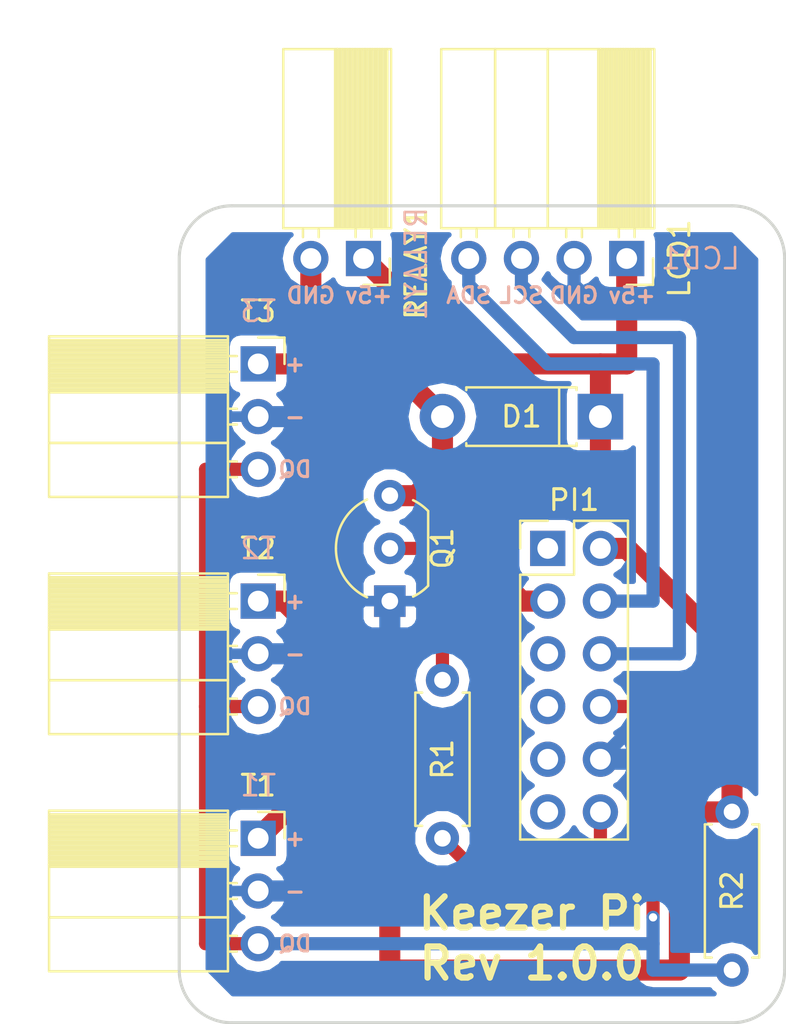
<source format=kicad_pcb>
(kicad_pcb (version 4) (host pcbnew 4.0.6)

  (general
    (links 22)
    (no_connects 0)
    (area 145.974999 100.254999 175.335001 139.775001)
    (thickness 1.6)
    (drawings 29)
    (tracks 77)
    (zones 0)
    (modules 10)
    (nets 15)
  )

  (page A4)
  (layers
    (0 F.Cu signal)
    (31 B.Cu signal)
    (32 B.Adhes user)
    (33 F.Adhes user)
    (34 B.Paste user)
    (35 F.Paste user)
    (36 B.SilkS user)
    (37 F.SilkS user)
    (38 B.Mask user)
    (39 F.Mask user)
    (40 Dwgs.User user)
    (41 Cmts.User user)
    (42 Eco1.User user)
    (43 Eco2.User user)
    (44 Edge.Cuts user)
    (45 Margin user)
    (46 B.CrtYd user)
    (47 F.CrtYd user)
    (48 B.Fab user)
    (49 F.Fab user)
  )

  (setup
    (last_trace_width 0.1524)
    (user_trace_width 0.254)
    (user_trace_width 0.635)
    (user_trace_width 1.016)
    (trace_clearance 0.1524)
    (zone_clearance 0.508)
    (zone_45_only no)
    (trace_min 0.1524)
    (segment_width 0.2)
    (edge_width 0.15)
    (via_size 0.6858)
    (via_drill 0.3302)
    (via_min_size 0.6858)
    (via_min_drill 0.3302)
    (uvia_size 0.762)
    (uvia_drill 0.508)
    (uvias_allowed no)
    (uvia_min_size 0.2)
    (uvia_min_drill 0.1)
    (pcb_text_width 0.3)
    (pcb_text_size 1.5 1.5)
    (mod_edge_width 0.15)
    (mod_text_size 1 1)
    (mod_text_width 0.15)
    (pad_size 1.524 1.524)
    (pad_drill 0.762)
    (pad_to_mask_clearance 0.2)
    (aux_axis_origin 0 0)
    (visible_elements 7FFEFFFF)
    (pcbplotparams
      (layerselection 0x00030_80000001)
      (usegerberextensions false)
      (excludeedgelayer true)
      (linewidth 0.100000)
      (plotframeref false)
      (viasonmask false)
      (mode 1)
      (useauxorigin false)
      (hpglpennumber 1)
      (hpglpenspeed 20)
      (hpglpendiameter 15)
      (hpglpenoverlay 2)
      (psnegative false)
      (psa4output false)
      (plotreference true)
      (plotvalue true)
      (plotinvisibletext false)
      (padsonsilk false)
      (subtractmaskfromsilk false)
      (outputformat 1)
      (mirror false)
      (drillshape 1)
      (scaleselection 1)
      (outputdirectory ""))
  )

  (net 0 "")
  (net 1 +5V)
  (net 2 RELAY_OUT)
  (net 3 GND)
  (net 4 SCL)
  (net 5 SDA)
  (net 6 +3V3)
  (net 7 "Net-(PI1-Pad5)")
  (net 8 "Net-(PI1-Pad7)")
  (net 9 BCM4)
  (net 10 "Net-(PI1-Pad9)")
  (net 11 "Net-(PI1-Pad11)")
  (net 12 BCM17)
  (net 13 TRANSISTOR_BASE)
  (net 14 "Net-(PI1-Pad1)")

  (net_class Default "This is the default net class."
    (clearance 0.1524)
    (trace_width 0.1524)
    (via_dia 0.6858)
    (via_drill 0.3302)
    (uvia_dia 0.762)
    (uvia_drill 0.508)
    (add_net +3V3)
    (add_net +5V)
    (add_net BCM17)
    (add_net BCM4)
    (add_net GND)
    (add_net "Net-(PI1-Pad1)")
    (add_net "Net-(PI1-Pad11)")
    (add_net "Net-(PI1-Pad5)")
    (add_net "Net-(PI1-Pad7)")
    (add_net "Net-(PI1-Pad9)")
    (add_net RELAY_OUT)
    (add_net SCL)
    (add_net SDA)
    (add_net TRANSISTOR_BASE)
  )

  (module Diodes_THT:D_DO-41_SOD81_P7.62mm_Horizontal (layer F.Cu) (tedit 58F81D92) (tstamp 58F6ED10)
    (at 166.37 110.49 180)
    (descr "D, DO-41_SOD81 series, Axial, Horizontal, pin pitch=7.62mm, , length*diameter=5.2*2.7mm^2, , http://www.diodes.com/_files/packages/DO-41%20(Plastic).pdf")
    (tags "D DO-41_SOD81 series Axial Horizontal pin pitch 7.62mm  length 5.2mm diameter 2.7mm")
    (path /58F70405)
    (fp_text reference D1 (at 3.81 0 180) (layer F.SilkS)
      (effects (font (size 1 1) (thickness 0.15)))
    )
    (fp_text value D (at 3.81 2.41 180) (layer F.Fab)
      (effects (font (size 1 1) (thickness 0.15)))
    )
    (fp_line (start 1.21 -1.35) (end 1.21 1.35) (layer F.Fab) (width 0.1))
    (fp_line (start 1.21 1.35) (end 6.41 1.35) (layer F.Fab) (width 0.1))
    (fp_line (start 6.41 1.35) (end 6.41 -1.35) (layer F.Fab) (width 0.1))
    (fp_line (start 6.41 -1.35) (end 1.21 -1.35) (layer F.Fab) (width 0.1))
    (fp_line (start 0 0) (end 1.21 0) (layer F.Fab) (width 0.1))
    (fp_line (start 7.62 0) (end 6.41 0) (layer F.Fab) (width 0.1))
    (fp_line (start 1.99 -1.35) (end 1.99 1.35) (layer F.Fab) (width 0.1))
    (fp_line (start 1.15 -1.28) (end 1.15 -1.41) (layer F.SilkS) (width 0.12))
    (fp_line (start 1.15 -1.41) (end 6.47 -1.41) (layer F.SilkS) (width 0.12))
    (fp_line (start 6.47 -1.41) (end 6.47 -1.28) (layer F.SilkS) (width 0.12))
    (fp_line (start 1.15 1.28) (end 1.15 1.41) (layer F.SilkS) (width 0.12))
    (fp_line (start 1.15 1.41) (end 6.47 1.41) (layer F.SilkS) (width 0.12))
    (fp_line (start 6.47 1.41) (end 6.47 1.28) (layer F.SilkS) (width 0.12))
    (fp_line (start 1.99 -1.41) (end 1.99 1.41) (layer F.SilkS) (width 0.12))
    (fp_line (start -1.35 -1.7) (end -1.35 1.7) (layer F.CrtYd) (width 0.05))
    (fp_line (start -1.35 1.7) (end 9 1.7) (layer F.CrtYd) (width 0.05))
    (fp_line (start 9 1.7) (end 9 -1.7) (layer F.CrtYd) (width 0.05))
    (fp_line (start 9 -1.7) (end -1.35 -1.7) (layer F.CrtYd) (width 0.05))
    (pad 1 thru_hole rect (at 0 0 180) (size 2.2 2.2) (drill 1.1) (layers *.Cu *.Mask)
      (net 1 +5V))
    (pad 2 thru_hole oval (at 7.62 0 180) (size 2.2 2.2) (drill 1.1) (layers *.Cu *.Mask)
      (net 2 RELAY_OUT))
    (model Diodes_THT.3dshapes/D_DO-41_SOD81_P7.62mm_Horizontal.wrl
      (at (xyz 0 0 0))
      (scale (xyz 0.393701 0.393701 0.393701))
      (rotate (xyz 0 0 0))
    )
  )

  (module Socket_Strips:Socket_Strip_Angled_1x04_Pitch2.54mm (layer F.Cu) (tedit 58F81DBB) (tstamp 58F6ED6D)
    (at 167.64 102.87 270)
    (descr "Through hole angled socket strip, 1x04, 2.54mm pitch, 8.51mm socket length, single row")
    (tags "Through hole angled socket strip THT 1x04 2.54mm single row")
    (path /58F6D376)
    (fp_text reference LCD1 (at 0 -2.54 270) (layer F.SilkS)
      (effects (font (size 1 1) (thickness 0.15)))
    )
    (fp_text value CONN_01X04_FEMALE (at -4.38 9.89 270) (layer F.Fab)
      (effects (font (size 1 1) (thickness 0.15)))
    )
    (fp_line (start -1.52 -1.27) (end -1.52 1.27) (layer F.Fab) (width 0.1))
    (fp_line (start -1.52 1.27) (end -10.03 1.27) (layer F.Fab) (width 0.1))
    (fp_line (start -10.03 1.27) (end -10.03 -1.27) (layer F.Fab) (width 0.1))
    (fp_line (start -10.03 -1.27) (end -1.52 -1.27) (layer F.Fab) (width 0.1))
    (fp_line (start 0 -0.32) (end 0 0.32) (layer F.Fab) (width 0.1))
    (fp_line (start 0 0.32) (end -1.52 0.32) (layer F.Fab) (width 0.1))
    (fp_line (start -1.52 0.32) (end -1.52 -0.32) (layer F.Fab) (width 0.1))
    (fp_line (start -1.52 -0.32) (end 0 -0.32) (layer F.Fab) (width 0.1))
    (fp_line (start -1.52 1.27) (end -1.52 3.81) (layer F.Fab) (width 0.1))
    (fp_line (start -1.52 3.81) (end -10.03 3.81) (layer F.Fab) (width 0.1))
    (fp_line (start -10.03 3.81) (end -10.03 1.27) (layer F.Fab) (width 0.1))
    (fp_line (start -10.03 1.27) (end -1.52 1.27) (layer F.Fab) (width 0.1))
    (fp_line (start 0 2.22) (end 0 2.86) (layer F.Fab) (width 0.1))
    (fp_line (start 0 2.86) (end -1.52 2.86) (layer F.Fab) (width 0.1))
    (fp_line (start -1.52 2.86) (end -1.52 2.22) (layer F.Fab) (width 0.1))
    (fp_line (start -1.52 2.22) (end 0 2.22) (layer F.Fab) (width 0.1))
    (fp_line (start -1.52 3.81) (end -1.52 6.35) (layer F.Fab) (width 0.1))
    (fp_line (start -1.52 6.35) (end -10.03 6.35) (layer F.Fab) (width 0.1))
    (fp_line (start -10.03 6.35) (end -10.03 3.81) (layer F.Fab) (width 0.1))
    (fp_line (start -10.03 3.81) (end -1.52 3.81) (layer F.Fab) (width 0.1))
    (fp_line (start 0 4.76) (end 0 5.4) (layer F.Fab) (width 0.1))
    (fp_line (start 0 5.4) (end -1.52 5.4) (layer F.Fab) (width 0.1))
    (fp_line (start -1.52 5.4) (end -1.52 4.76) (layer F.Fab) (width 0.1))
    (fp_line (start -1.52 4.76) (end 0 4.76) (layer F.Fab) (width 0.1))
    (fp_line (start -1.52 6.35) (end -1.52 8.89) (layer F.Fab) (width 0.1))
    (fp_line (start -1.52 8.89) (end -10.03 8.89) (layer F.Fab) (width 0.1))
    (fp_line (start -10.03 8.89) (end -10.03 6.35) (layer F.Fab) (width 0.1))
    (fp_line (start -10.03 6.35) (end -1.52 6.35) (layer F.Fab) (width 0.1))
    (fp_line (start 0 7.3) (end 0 7.94) (layer F.Fab) (width 0.1))
    (fp_line (start 0 7.94) (end -1.52 7.94) (layer F.Fab) (width 0.1))
    (fp_line (start -1.52 7.94) (end -1.52 7.3) (layer F.Fab) (width 0.1))
    (fp_line (start -1.52 7.3) (end 0 7.3) (layer F.Fab) (width 0.1))
    (fp_line (start -1.46 -1.33) (end -1.46 1.27) (layer F.SilkS) (width 0.12))
    (fp_line (start -1.46 1.27) (end -10.09 1.27) (layer F.SilkS) (width 0.12))
    (fp_line (start -10.09 1.27) (end -10.09 -1.33) (layer F.SilkS) (width 0.12))
    (fp_line (start -10.09 -1.33) (end -1.46 -1.33) (layer F.SilkS) (width 0.12))
    (fp_line (start -1.03 -0.38) (end -1.46 -0.38) (layer F.SilkS) (width 0.12))
    (fp_line (start -1.03 0.38) (end -1.46 0.38) (layer F.SilkS) (width 0.12))
    (fp_line (start -1.46 -1.15) (end -10.09 -1.15) (layer F.SilkS) (width 0.12))
    (fp_line (start -1.46 -1.03) (end -10.09 -1.03) (layer F.SilkS) (width 0.12))
    (fp_line (start -1.46 -0.91) (end -10.09 -0.91) (layer F.SilkS) (width 0.12))
    (fp_line (start -1.46 -0.79) (end -10.09 -0.79) (layer F.SilkS) (width 0.12))
    (fp_line (start -1.46 -0.67) (end -10.09 -0.67) (layer F.SilkS) (width 0.12))
    (fp_line (start -1.46 -0.55) (end -10.09 -0.55) (layer F.SilkS) (width 0.12))
    (fp_line (start -1.46 -0.43) (end -10.09 -0.43) (layer F.SilkS) (width 0.12))
    (fp_line (start -1.46 -0.31) (end -10.09 -0.31) (layer F.SilkS) (width 0.12))
    (fp_line (start -1.46 -0.19) (end -10.09 -0.19) (layer F.SilkS) (width 0.12))
    (fp_line (start -1.46 -0.07) (end -10.09 -0.07) (layer F.SilkS) (width 0.12))
    (fp_line (start -1.46 0.05) (end -10.09 0.05) (layer F.SilkS) (width 0.12))
    (fp_line (start -1.46 0.17) (end -10.09 0.17) (layer F.SilkS) (width 0.12))
    (fp_line (start -1.46 0.29) (end -10.09 0.29) (layer F.SilkS) (width 0.12))
    (fp_line (start -1.46 0.41) (end -10.09 0.41) (layer F.SilkS) (width 0.12))
    (fp_line (start -1.46 0.53) (end -10.09 0.53) (layer F.SilkS) (width 0.12))
    (fp_line (start -1.46 0.65) (end -10.09 0.65) (layer F.SilkS) (width 0.12))
    (fp_line (start -1.46 0.77) (end -10.09 0.77) (layer F.SilkS) (width 0.12))
    (fp_line (start -1.46 0.89) (end -10.09 0.89) (layer F.SilkS) (width 0.12))
    (fp_line (start -1.46 1.01) (end -10.09 1.01) (layer F.SilkS) (width 0.12))
    (fp_line (start -1.46 1.13) (end -10.09 1.13) (layer F.SilkS) (width 0.12))
    (fp_line (start -1.46 1.25) (end -10.09 1.25) (layer F.SilkS) (width 0.12))
    (fp_line (start -1.46 1.37) (end -10.09 1.37) (layer F.SilkS) (width 0.12))
    (fp_line (start -1.46 1.27) (end -1.46 3.81) (layer F.SilkS) (width 0.12))
    (fp_line (start -1.46 3.81) (end -10.09 3.81) (layer F.SilkS) (width 0.12))
    (fp_line (start -10.09 3.81) (end -10.09 1.27) (layer F.SilkS) (width 0.12))
    (fp_line (start -10.09 1.27) (end -1.46 1.27) (layer F.SilkS) (width 0.12))
    (fp_line (start -1.03 2.16) (end -1.46 2.16) (layer F.SilkS) (width 0.12))
    (fp_line (start -1.03 2.92) (end -1.46 2.92) (layer F.SilkS) (width 0.12))
    (fp_line (start -1.46 3.81) (end -1.46 6.35) (layer F.SilkS) (width 0.12))
    (fp_line (start -1.46 6.35) (end -10.09 6.35) (layer F.SilkS) (width 0.12))
    (fp_line (start -10.09 6.35) (end -10.09 3.81) (layer F.SilkS) (width 0.12))
    (fp_line (start -10.09 3.81) (end -1.46 3.81) (layer F.SilkS) (width 0.12))
    (fp_line (start -1.03 4.7) (end -1.46 4.7) (layer F.SilkS) (width 0.12))
    (fp_line (start -1.03 5.46) (end -1.46 5.46) (layer F.SilkS) (width 0.12))
    (fp_line (start -1.46 6.35) (end -1.46 8.95) (layer F.SilkS) (width 0.12))
    (fp_line (start -1.46 8.95) (end -10.09 8.95) (layer F.SilkS) (width 0.12))
    (fp_line (start -10.09 8.95) (end -10.09 6.35) (layer F.SilkS) (width 0.12))
    (fp_line (start -10.09 6.35) (end -1.46 6.35) (layer F.SilkS) (width 0.12))
    (fp_line (start -1.03 7.24) (end -1.46 7.24) (layer F.SilkS) (width 0.12))
    (fp_line (start -1.03 8) (end -1.46 8) (layer F.SilkS) (width 0.12))
    (fp_line (start 0 -1.27) (end 1.27 -1.27) (layer F.SilkS) (width 0.12))
    (fp_line (start 1.27 -1.27) (end 1.27 0) (layer F.SilkS) (width 0.12))
    (fp_line (start 1.8 -1.8) (end 1.8 9.4) (layer F.CrtYd) (width 0.05))
    (fp_line (start 1.8 9.4) (end -10.55 9.4) (layer F.CrtYd) (width 0.05))
    (fp_line (start -10.55 9.4) (end -10.55 -1.8) (layer F.CrtYd) (width 0.05))
    (fp_line (start -10.55 -1.8) (end 1.8 -1.8) (layer F.CrtYd) (width 0.05))
    (fp_text user %R (at 0 -2.54 270) (layer F.Fab)
      (effects (font (size 1 1) (thickness 0.15)))
    )
    (pad 1 thru_hole rect (at 0 0 270) (size 1.7 1.7) (drill 1) (layers *.Cu *.Mask)
      (net 1 +5V))
    (pad 2 thru_hole oval (at 0 2.54 270) (size 1.7 1.7) (drill 1) (layers *.Cu *.Mask)
      (net 3 GND))
    (pad 3 thru_hole oval (at 0 5.08 270) (size 1.7 1.7) (drill 1) (layers *.Cu *.Mask)
      (net 4 SCL))
    (pad 4 thru_hole oval (at 0 7.62 270) (size 1.7 1.7) (drill 1) (layers *.Cu *.Mask)
      (net 5 SDA))
    (model ${KISYS3DMOD}/Socket_Strips.3dshapes/Socket_Strip_Angled_1x04_Pitch2.54mm.wrl
      (at (xyz 0 -0.15 0))
      (scale (xyz 1 1 1))
      (rotate (xyz 0 0 270))
    )
  )

  (module TO_SOT_Packages_THT:TO-92_Inline_Wide (layer F.Cu) (tedit 58F81DA5) (tstamp 58F6EDA2)
    (at 156.21 119.38 90)
    (descr "TO-92 leads in-line, wide, drill 0.8mm (see NXP sot054_po.pdf)")
    (tags "to-92 sc-43 sc-43a sot54 PA33 transistor")
    (path /58F6DF9C)
    (fp_text reference Q1 (at 2.54 2.54 270) (layer F.SilkS)
      (effects (font (size 1 1) (thickness 0.15)))
    )
    (fp_text value PN2222A (at 2.54 2.79 90) (layer F.Fab)
      (effects (font (size 1 1) (thickness 0.15)))
    )
    (fp_text user %R (at 2.54 2.54 270) (layer F.Fab)
      (effects (font (size 1 1) (thickness 0.15)))
    )
    (fp_line (start 0.74 1.85) (end 4.34 1.85) (layer F.SilkS) (width 0.12))
    (fp_line (start 0.8 1.75) (end 4.3 1.75) (layer F.Fab) (width 0.1))
    (fp_line (start -1.01 -2.73) (end 6.09 -2.73) (layer F.CrtYd) (width 0.05))
    (fp_line (start -1.01 -2.73) (end -1.01 2.01) (layer F.CrtYd) (width 0.05))
    (fp_line (start 6.09 2.01) (end 6.09 -2.73) (layer F.CrtYd) (width 0.05))
    (fp_line (start 6.09 2.01) (end -1.01 2.01) (layer F.CrtYd) (width 0.05))
    (fp_arc (start 2.54 0) (end 0.74 1.85) (angle 20) (layer F.SilkS) (width 0.12))
    (fp_arc (start 2.54 0) (end 2.54 -2.6) (angle -65) (layer F.SilkS) (width 0.12))
    (fp_arc (start 2.54 0) (end 2.54 -2.6) (angle 65) (layer F.SilkS) (width 0.12))
    (fp_arc (start 2.54 0) (end 2.54 -2.48) (angle 135) (layer F.Fab) (width 0.1))
    (fp_arc (start 2.54 0) (end 2.54 -2.48) (angle -135) (layer F.Fab) (width 0.1))
    (fp_arc (start 2.54 0) (end 4.34 1.85) (angle -20) (layer F.SilkS) (width 0.12))
    (pad 2 thru_hole circle (at 2.54 0 180) (size 1.52 1.52) (drill 0.8) (layers *.Cu *.Mask)
      (net 13 TRANSISTOR_BASE))
    (pad 3 thru_hole circle (at 5.08 0 180) (size 1.52 1.52) (drill 0.8) (layers *.Cu *.Mask)
      (net 2 RELAY_OUT))
    (pad 1 thru_hole rect (at 0 0 180) (size 1.52 1.52) (drill 0.8) (layers *.Cu *.Mask)
      (net 3 GND))
    (model ${KISYS3DMOD}/TO_SOT_Packages_THT.3dshapes/TO-92_Inline_Wide.wrl
      (at (xyz 0.1 0 0))
      (scale (xyz 1 1 1))
      (rotate (xyz 0 0 -90))
    )
  )

  (module Resistors_THT:R_Axial_DIN0207_L6.3mm_D2.5mm_P7.62mm_Horizontal (layer F.Cu) (tedit 58F81D8C) (tstamp 58F6EDB8)
    (at 158.75 130.81 90)
    (descr "Resistor, Axial_DIN0207 series, Axial, Horizontal, pin pitch=7.62mm, 0.25W = 1/4W, length*diameter=6.3*2.5mm^2, http://cdn-reichelt.de/documents/datenblatt/B400/1_4W%23YAG.pdf")
    (tags "Resistor Axial_DIN0207 series Axial Horizontal pin pitch 7.62mm 0.25W = 1/4W length 6.3mm diameter 2.5mm")
    (path /58F6E993)
    (fp_text reference R1 (at 3.81 0 90) (layer F.SilkS)
      (effects (font (size 1 1) (thickness 0.15)))
    )
    (fp_text value 1K (at 3.81 2.31 90) (layer F.Fab)
      (effects (font (size 1 1) (thickness 0.15)))
    )
    (fp_line (start 0.66 -1.25) (end 0.66 1.25) (layer F.Fab) (width 0.1))
    (fp_line (start 0.66 1.25) (end 6.96 1.25) (layer F.Fab) (width 0.1))
    (fp_line (start 6.96 1.25) (end 6.96 -1.25) (layer F.Fab) (width 0.1))
    (fp_line (start 6.96 -1.25) (end 0.66 -1.25) (layer F.Fab) (width 0.1))
    (fp_line (start 0 0) (end 0.66 0) (layer F.Fab) (width 0.1))
    (fp_line (start 7.62 0) (end 6.96 0) (layer F.Fab) (width 0.1))
    (fp_line (start 0.6 -0.98) (end 0.6 -1.31) (layer F.SilkS) (width 0.12))
    (fp_line (start 0.6 -1.31) (end 7.02 -1.31) (layer F.SilkS) (width 0.12))
    (fp_line (start 7.02 -1.31) (end 7.02 -0.98) (layer F.SilkS) (width 0.12))
    (fp_line (start 0.6 0.98) (end 0.6 1.31) (layer F.SilkS) (width 0.12))
    (fp_line (start 0.6 1.31) (end 7.02 1.31) (layer F.SilkS) (width 0.12))
    (fp_line (start 7.02 1.31) (end 7.02 0.98) (layer F.SilkS) (width 0.12))
    (fp_line (start -1.05 -1.6) (end -1.05 1.6) (layer F.CrtYd) (width 0.05))
    (fp_line (start -1.05 1.6) (end 8.7 1.6) (layer F.CrtYd) (width 0.05))
    (fp_line (start 8.7 1.6) (end 8.7 -1.6) (layer F.CrtYd) (width 0.05))
    (fp_line (start 8.7 -1.6) (end -1.05 -1.6) (layer F.CrtYd) (width 0.05))
    (pad 1 thru_hole circle (at 0 0 90) (size 1.6 1.6) (drill 0.8) (layers *.Cu *.Mask)
      (net 12 BCM17))
    (pad 2 thru_hole oval (at 7.62 0 90) (size 1.6 1.6) (drill 0.8) (layers *.Cu *.Mask)
      (net 13 TRANSISTOR_BASE))
    (model Resistors_THT.3dshapes/R_Axial_DIN0207_L6.3mm_D2.5mm_P7.62mm_Horizontal.wrl
      (at (xyz 0 0 0))
      (scale (xyz 0.393701 0.393701 0.393701))
      (rotate (xyz 0 0 0))
    )
  )

  (module Resistors_THT:R_Axial_DIN0207_L6.3mm_D2.5mm_P7.62mm_Horizontal (layer F.Cu) (tedit 58F81D87) (tstamp 58F6EDCE)
    (at 172.72 129.54 270)
    (descr "Resistor, Axial_DIN0207 series, Axial, Horizontal, pin pitch=7.62mm, 0.25W = 1/4W, length*diameter=6.3*2.5mm^2, http://cdn-reichelt.de/documents/datenblatt/B400/1_4W%23YAG.pdf")
    (tags "Resistor Axial_DIN0207 series Axial Horizontal pin pitch 7.62mm 0.25W = 1/4W length 6.3mm diameter 2.5mm")
    (path /58F6D072)
    (fp_text reference R2 (at 3.81 0 270) (layer F.SilkS)
      (effects (font (size 1 1) (thickness 0.15)))
    )
    (fp_text value 3.9K (at 3.81 2.31 270) (layer F.Fab)
      (effects (font (size 1 1) (thickness 0.15)))
    )
    (fp_line (start 0.66 -1.25) (end 0.66 1.25) (layer F.Fab) (width 0.1))
    (fp_line (start 0.66 1.25) (end 6.96 1.25) (layer F.Fab) (width 0.1))
    (fp_line (start 6.96 1.25) (end 6.96 -1.25) (layer F.Fab) (width 0.1))
    (fp_line (start 6.96 -1.25) (end 0.66 -1.25) (layer F.Fab) (width 0.1))
    (fp_line (start 0 0) (end 0.66 0) (layer F.Fab) (width 0.1))
    (fp_line (start 7.62 0) (end 6.96 0) (layer F.Fab) (width 0.1))
    (fp_line (start 0.6 -0.98) (end 0.6 -1.31) (layer F.SilkS) (width 0.12))
    (fp_line (start 0.6 -1.31) (end 7.02 -1.31) (layer F.SilkS) (width 0.12))
    (fp_line (start 7.02 -1.31) (end 7.02 -0.98) (layer F.SilkS) (width 0.12))
    (fp_line (start 0.6 0.98) (end 0.6 1.31) (layer F.SilkS) (width 0.12))
    (fp_line (start 0.6 1.31) (end 7.02 1.31) (layer F.SilkS) (width 0.12))
    (fp_line (start 7.02 1.31) (end 7.02 0.98) (layer F.SilkS) (width 0.12))
    (fp_line (start -1.05 -1.6) (end -1.05 1.6) (layer F.CrtYd) (width 0.05))
    (fp_line (start -1.05 1.6) (end 8.7 1.6) (layer F.CrtYd) (width 0.05))
    (fp_line (start 8.7 1.6) (end 8.7 -1.6) (layer F.CrtYd) (width 0.05))
    (fp_line (start 8.7 -1.6) (end -1.05 -1.6) (layer F.CrtYd) (width 0.05))
    (pad 1 thru_hole circle (at 0 0 270) (size 1.6 1.6) (drill 0.8) (layers *.Cu *.Mask)
      (net 6 +3V3))
    (pad 2 thru_hole oval (at 7.62 0 270) (size 1.6 1.6) (drill 0.8) (layers *.Cu *.Mask)
      (net 9 BCM4))
    (model Resistors_THT.3dshapes/R_Axial_DIN0207_L6.3mm_D2.5mm_P7.62mm_Horizontal.wrl
      (at (xyz 0 0 0))
      (scale (xyz 0.393701 0.393701 0.393701))
      (rotate (xyz 0 0 0))
    )
  )

  (module Socket_Strips:Socket_Strip_Angled_1x02_Pitch2.54mm (layer F.Cu) (tedit 58F823E0) (tstamp 58F6EE0D)
    (at 154.94 102.87 270)
    (descr "Through hole angled socket strip, 1x02, 2.54mm pitch, 8.51mm socket length, single row")
    (tags "Through hole angled socket strip THT 1x02 2.54mm single row")
    (path /58F6D7F3)
    (fp_text reference RELAY1 (at 0.254 -2.54 270) (layer F.SilkS)
      (effects (font (size 1 1) (thickness 0.15)))
    )
    (fp_text value CONN_01X02_FEMALE (at -4.38 4.81 270) (layer F.Fab)
      (effects (font (size 1 1) (thickness 0.15)))
    )
    (fp_line (start -1.52 -1.27) (end -1.52 1.27) (layer F.Fab) (width 0.1))
    (fp_line (start -1.52 1.27) (end -10.03 1.27) (layer F.Fab) (width 0.1))
    (fp_line (start -10.03 1.27) (end -10.03 -1.27) (layer F.Fab) (width 0.1))
    (fp_line (start -10.03 -1.27) (end -1.52 -1.27) (layer F.Fab) (width 0.1))
    (fp_line (start 0 -0.32) (end 0 0.32) (layer F.Fab) (width 0.1))
    (fp_line (start 0 0.32) (end -1.52 0.32) (layer F.Fab) (width 0.1))
    (fp_line (start -1.52 0.32) (end -1.52 -0.32) (layer F.Fab) (width 0.1))
    (fp_line (start -1.52 -0.32) (end 0 -0.32) (layer F.Fab) (width 0.1))
    (fp_line (start -1.52 1.27) (end -1.52 3.81) (layer F.Fab) (width 0.1))
    (fp_line (start -1.52 3.81) (end -10.03 3.81) (layer F.Fab) (width 0.1))
    (fp_line (start -10.03 3.81) (end -10.03 1.27) (layer F.Fab) (width 0.1))
    (fp_line (start -10.03 1.27) (end -1.52 1.27) (layer F.Fab) (width 0.1))
    (fp_line (start 0 2.22) (end 0 2.86) (layer F.Fab) (width 0.1))
    (fp_line (start 0 2.86) (end -1.52 2.86) (layer F.Fab) (width 0.1))
    (fp_line (start -1.52 2.86) (end -1.52 2.22) (layer F.Fab) (width 0.1))
    (fp_line (start -1.52 2.22) (end 0 2.22) (layer F.Fab) (width 0.1))
    (fp_line (start -1.46 -1.33) (end -1.46 1.27) (layer F.SilkS) (width 0.12))
    (fp_line (start -1.46 1.27) (end -10.09 1.27) (layer F.SilkS) (width 0.12))
    (fp_line (start -10.09 1.27) (end -10.09 -1.33) (layer F.SilkS) (width 0.12))
    (fp_line (start -10.09 -1.33) (end -1.46 -1.33) (layer F.SilkS) (width 0.12))
    (fp_line (start -1.03 -0.38) (end -1.46 -0.38) (layer F.SilkS) (width 0.12))
    (fp_line (start -1.03 0.38) (end -1.46 0.38) (layer F.SilkS) (width 0.12))
    (fp_line (start -1.46 -1.15) (end -10.09 -1.15) (layer F.SilkS) (width 0.12))
    (fp_line (start -1.46 -1.03) (end -10.09 -1.03) (layer F.SilkS) (width 0.12))
    (fp_line (start -1.46 -0.91) (end -10.09 -0.91) (layer F.SilkS) (width 0.12))
    (fp_line (start -1.46 -0.79) (end -10.09 -0.79) (layer F.SilkS) (width 0.12))
    (fp_line (start -1.46 -0.67) (end -10.09 -0.67) (layer F.SilkS) (width 0.12))
    (fp_line (start -1.46 -0.55) (end -10.09 -0.55) (layer F.SilkS) (width 0.12))
    (fp_line (start -1.46 -0.43) (end -10.09 -0.43) (layer F.SilkS) (width 0.12))
    (fp_line (start -1.46 -0.31) (end -10.09 -0.31) (layer F.SilkS) (width 0.12))
    (fp_line (start -1.46 -0.19) (end -10.09 -0.19) (layer F.SilkS) (width 0.12))
    (fp_line (start -1.46 -0.07) (end -10.09 -0.07) (layer F.SilkS) (width 0.12))
    (fp_line (start -1.46 0.05) (end -10.09 0.05) (layer F.SilkS) (width 0.12))
    (fp_line (start -1.46 0.17) (end -10.09 0.17) (layer F.SilkS) (width 0.12))
    (fp_line (start -1.46 0.29) (end -10.09 0.29) (layer F.SilkS) (width 0.12))
    (fp_line (start -1.46 0.41) (end -10.09 0.41) (layer F.SilkS) (width 0.12))
    (fp_line (start -1.46 0.53) (end -10.09 0.53) (layer F.SilkS) (width 0.12))
    (fp_line (start -1.46 0.65) (end -10.09 0.65) (layer F.SilkS) (width 0.12))
    (fp_line (start -1.46 0.77) (end -10.09 0.77) (layer F.SilkS) (width 0.12))
    (fp_line (start -1.46 0.89) (end -10.09 0.89) (layer F.SilkS) (width 0.12))
    (fp_line (start -1.46 1.01) (end -10.09 1.01) (layer F.SilkS) (width 0.12))
    (fp_line (start -1.46 1.13) (end -10.09 1.13) (layer F.SilkS) (width 0.12))
    (fp_line (start -1.46 1.25) (end -10.09 1.25) (layer F.SilkS) (width 0.12))
    (fp_line (start -1.46 1.37) (end -10.09 1.37) (layer F.SilkS) (width 0.12))
    (fp_line (start -1.46 1.27) (end -1.46 3.87) (layer F.SilkS) (width 0.12))
    (fp_line (start -1.46 3.87) (end -10.09 3.87) (layer F.SilkS) (width 0.12))
    (fp_line (start -10.09 3.87) (end -10.09 1.27) (layer F.SilkS) (width 0.12))
    (fp_line (start -10.09 1.27) (end -1.46 1.27) (layer F.SilkS) (width 0.12))
    (fp_line (start -1.03 2.16) (end -1.46 2.16) (layer F.SilkS) (width 0.12))
    (fp_line (start -1.03 2.92) (end -1.46 2.92) (layer F.SilkS) (width 0.12))
    (fp_line (start 0 -1.27) (end 1.27 -1.27) (layer F.SilkS) (width 0.12))
    (fp_line (start 1.27 -1.27) (end 1.27 0) (layer F.SilkS) (width 0.12))
    (fp_line (start 1.8 -1.8) (end 1.8 4.35) (layer F.CrtYd) (width 0.05))
    (fp_line (start 1.8 4.35) (end -10.55 4.35) (layer F.CrtYd) (width 0.05))
    (fp_line (start -10.55 4.35) (end -10.55 -1.8) (layer F.CrtYd) (width 0.05))
    (fp_line (start -10.55 -1.8) (end 1.8 -1.8) (layer F.CrtYd) (width 0.05))
    (fp_text user %R (at 0.254 -2.54 270) (layer F.Fab)
      (effects (font (size 1 1) (thickness 0.15)))
    )
    (pad 1 thru_hole rect (at 0 0 270) (size 1.7 1.7) (drill 1) (layers *.Cu *.Mask)
      (net 1 +5V))
    (pad 2 thru_hole oval (at 0 2.54 270) (size 1.7 1.7) (drill 1) (layers *.Cu *.Mask)
      (net 2 RELAY_OUT))
    (model ${KISYS3DMOD}/Socket_Strips.3dshapes/Socket_Strip_Angled_1x02_Pitch2.54mm.wrl
      (at (xyz 0 -0.05 0))
      (scale (xyz 1 1 1))
      (rotate (xyz 0 0 270))
    )
  )

  (module Socket_Strips:Socket_Strip_Angled_1x03_Pitch2.54mm (layer F.Cu) (tedit 58F81DAE) (tstamp 58F6EE5B)
    (at 149.86 130.81)
    (descr "Through hole angled socket strip, 1x03, 2.54mm pitch, 8.51mm socket length, single row")
    (tags "Through hole angled socket strip THT 1x03 2.54mm single row")
    (path /58F6CF84)
    (fp_text reference T1 (at 0 -2.54) (layer F.SilkS)
      (effects (font (size 1 1) (thickness 0.15)))
    )
    (fp_text value CONN_01X03_FEMALE (at -4.38 7.35) (layer F.Fab)
      (effects (font (size 1 1) (thickness 0.15)))
    )
    (fp_line (start -1.52 -1.27) (end -1.52 1.27) (layer F.Fab) (width 0.1))
    (fp_line (start -1.52 1.27) (end -10.03 1.27) (layer F.Fab) (width 0.1))
    (fp_line (start -10.03 1.27) (end -10.03 -1.27) (layer F.Fab) (width 0.1))
    (fp_line (start -10.03 -1.27) (end -1.52 -1.27) (layer F.Fab) (width 0.1))
    (fp_line (start 0 -0.32) (end 0 0.32) (layer F.Fab) (width 0.1))
    (fp_line (start 0 0.32) (end -1.52 0.32) (layer F.Fab) (width 0.1))
    (fp_line (start -1.52 0.32) (end -1.52 -0.32) (layer F.Fab) (width 0.1))
    (fp_line (start -1.52 -0.32) (end 0 -0.32) (layer F.Fab) (width 0.1))
    (fp_line (start -1.52 1.27) (end -1.52 3.81) (layer F.Fab) (width 0.1))
    (fp_line (start -1.52 3.81) (end -10.03 3.81) (layer F.Fab) (width 0.1))
    (fp_line (start -10.03 3.81) (end -10.03 1.27) (layer F.Fab) (width 0.1))
    (fp_line (start -10.03 1.27) (end -1.52 1.27) (layer F.Fab) (width 0.1))
    (fp_line (start 0 2.22) (end 0 2.86) (layer F.Fab) (width 0.1))
    (fp_line (start 0 2.86) (end -1.52 2.86) (layer F.Fab) (width 0.1))
    (fp_line (start -1.52 2.86) (end -1.52 2.22) (layer F.Fab) (width 0.1))
    (fp_line (start -1.52 2.22) (end 0 2.22) (layer F.Fab) (width 0.1))
    (fp_line (start -1.52 3.81) (end -1.52 6.35) (layer F.Fab) (width 0.1))
    (fp_line (start -1.52 6.35) (end -10.03 6.35) (layer F.Fab) (width 0.1))
    (fp_line (start -10.03 6.35) (end -10.03 3.81) (layer F.Fab) (width 0.1))
    (fp_line (start -10.03 3.81) (end -1.52 3.81) (layer F.Fab) (width 0.1))
    (fp_line (start 0 4.76) (end 0 5.4) (layer F.Fab) (width 0.1))
    (fp_line (start 0 5.4) (end -1.52 5.4) (layer F.Fab) (width 0.1))
    (fp_line (start -1.52 5.4) (end -1.52 4.76) (layer F.Fab) (width 0.1))
    (fp_line (start -1.52 4.76) (end 0 4.76) (layer F.Fab) (width 0.1))
    (fp_line (start -1.46 -1.33) (end -1.46 1.27) (layer F.SilkS) (width 0.12))
    (fp_line (start -1.46 1.27) (end -10.09 1.27) (layer F.SilkS) (width 0.12))
    (fp_line (start -10.09 1.27) (end -10.09 -1.33) (layer F.SilkS) (width 0.12))
    (fp_line (start -10.09 -1.33) (end -1.46 -1.33) (layer F.SilkS) (width 0.12))
    (fp_line (start -1.03 -0.38) (end -1.46 -0.38) (layer F.SilkS) (width 0.12))
    (fp_line (start -1.03 0.38) (end -1.46 0.38) (layer F.SilkS) (width 0.12))
    (fp_line (start -1.46 -1.15) (end -10.09 -1.15) (layer F.SilkS) (width 0.12))
    (fp_line (start -1.46 -1.03) (end -10.09 -1.03) (layer F.SilkS) (width 0.12))
    (fp_line (start -1.46 -0.91) (end -10.09 -0.91) (layer F.SilkS) (width 0.12))
    (fp_line (start -1.46 -0.79) (end -10.09 -0.79) (layer F.SilkS) (width 0.12))
    (fp_line (start -1.46 -0.67) (end -10.09 -0.67) (layer F.SilkS) (width 0.12))
    (fp_line (start -1.46 -0.55) (end -10.09 -0.55) (layer F.SilkS) (width 0.12))
    (fp_line (start -1.46 -0.43) (end -10.09 -0.43) (layer F.SilkS) (width 0.12))
    (fp_line (start -1.46 -0.31) (end -10.09 -0.31) (layer F.SilkS) (width 0.12))
    (fp_line (start -1.46 -0.19) (end -10.09 -0.19) (layer F.SilkS) (width 0.12))
    (fp_line (start -1.46 -0.07) (end -10.09 -0.07) (layer F.SilkS) (width 0.12))
    (fp_line (start -1.46 0.05) (end -10.09 0.05) (layer F.SilkS) (width 0.12))
    (fp_line (start -1.46 0.17) (end -10.09 0.17) (layer F.SilkS) (width 0.12))
    (fp_line (start -1.46 0.29) (end -10.09 0.29) (layer F.SilkS) (width 0.12))
    (fp_line (start -1.46 0.41) (end -10.09 0.41) (layer F.SilkS) (width 0.12))
    (fp_line (start -1.46 0.53) (end -10.09 0.53) (layer F.SilkS) (width 0.12))
    (fp_line (start -1.46 0.65) (end -10.09 0.65) (layer F.SilkS) (width 0.12))
    (fp_line (start -1.46 0.77) (end -10.09 0.77) (layer F.SilkS) (width 0.12))
    (fp_line (start -1.46 0.89) (end -10.09 0.89) (layer F.SilkS) (width 0.12))
    (fp_line (start -1.46 1.01) (end -10.09 1.01) (layer F.SilkS) (width 0.12))
    (fp_line (start -1.46 1.13) (end -10.09 1.13) (layer F.SilkS) (width 0.12))
    (fp_line (start -1.46 1.25) (end -10.09 1.25) (layer F.SilkS) (width 0.12))
    (fp_line (start -1.46 1.37) (end -10.09 1.37) (layer F.SilkS) (width 0.12))
    (fp_line (start -1.46 1.27) (end -1.46 3.81) (layer F.SilkS) (width 0.12))
    (fp_line (start -1.46 3.81) (end -10.09 3.81) (layer F.SilkS) (width 0.12))
    (fp_line (start -10.09 3.81) (end -10.09 1.27) (layer F.SilkS) (width 0.12))
    (fp_line (start -10.09 1.27) (end -1.46 1.27) (layer F.SilkS) (width 0.12))
    (fp_line (start -1.03 2.16) (end -1.46 2.16) (layer F.SilkS) (width 0.12))
    (fp_line (start -1.03 2.92) (end -1.46 2.92) (layer F.SilkS) (width 0.12))
    (fp_line (start -1.46 3.81) (end -1.46 6.41) (layer F.SilkS) (width 0.12))
    (fp_line (start -1.46 6.41) (end -10.09 6.41) (layer F.SilkS) (width 0.12))
    (fp_line (start -10.09 6.41) (end -10.09 3.81) (layer F.SilkS) (width 0.12))
    (fp_line (start -10.09 3.81) (end -1.46 3.81) (layer F.SilkS) (width 0.12))
    (fp_line (start -1.03 4.7) (end -1.46 4.7) (layer F.SilkS) (width 0.12))
    (fp_line (start -1.03 5.46) (end -1.46 5.46) (layer F.SilkS) (width 0.12))
    (fp_line (start 0 -1.27) (end 1.27 -1.27) (layer F.SilkS) (width 0.12))
    (fp_line (start 1.27 -1.27) (end 1.27 0) (layer F.SilkS) (width 0.12))
    (fp_line (start 1.8 -1.8) (end 1.8 6.85) (layer F.CrtYd) (width 0.05))
    (fp_line (start 1.8 6.85) (end -10.55 6.85) (layer F.CrtYd) (width 0.05))
    (fp_line (start -10.55 6.85) (end -10.55 -1.8) (layer F.CrtYd) (width 0.05))
    (fp_line (start -10.55 -1.8) (end 1.8 -1.8) (layer F.CrtYd) (width 0.05))
    (fp_text user %R (at 0 -2.54) (layer F.Fab)
      (effects (font (size 1 1) (thickness 0.15)))
    )
    (pad 1 thru_hole rect (at 0 0) (size 1.7 1.7) (drill 1) (layers *.Cu *.Mask)
      (net 6 +3V3))
    (pad 2 thru_hole oval (at 0 2.54) (size 1.7 1.7) (drill 1) (layers *.Cu *.Mask)
      (net 3 GND))
    (pad 3 thru_hole oval (at 0 5.08) (size 1.7 1.7) (drill 1) (layers *.Cu *.Mask)
      (net 9 BCM4))
    (model ${KISYS3DMOD}/Socket_Strips.3dshapes/Socket_Strip_Angled_1x03_Pitch2.54mm.wrl
      (at (xyz 0 -0.1 0))
      (scale (xyz 1 1 1))
      (rotate (xyz 0 0 270))
    )
  )

  (module Socket_Strips:Socket_Strip_Angled_1x03_Pitch2.54mm (layer F.Cu) (tedit 58F81DAA) (tstamp 58F6EEA9)
    (at 149.86 119.38)
    (descr "Through hole angled socket strip, 1x03, 2.54mm pitch, 8.51mm socket length, single row")
    (tags "Through hole angled socket strip THT 1x03 2.54mm single row")
    (path /58F6D137)
    (fp_text reference T2 (at 0 -2.54) (layer F.SilkS)
      (effects (font (size 1 1) (thickness 0.15)))
    )
    (fp_text value CONN_01X03_FEMALE (at -4.38 7.35) (layer F.Fab)
      (effects (font (size 1 1) (thickness 0.15)))
    )
    (fp_line (start -1.52 -1.27) (end -1.52 1.27) (layer F.Fab) (width 0.1))
    (fp_line (start -1.52 1.27) (end -10.03 1.27) (layer F.Fab) (width 0.1))
    (fp_line (start -10.03 1.27) (end -10.03 -1.27) (layer F.Fab) (width 0.1))
    (fp_line (start -10.03 -1.27) (end -1.52 -1.27) (layer F.Fab) (width 0.1))
    (fp_line (start 0 -0.32) (end 0 0.32) (layer F.Fab) (width 0.1))
    (fp_line (start 0 0.32) (end -1.52 0.32) (layer F.Fab) (width 0.1))
    (fp_line (start -1.52 0.32) (end -1.52 -0.32) (layer F.Fab) (width 0.1))
    (fp_line (start -1.52 -0.32) (end 0 -0.32) (layer F.Fab) (width 0.1))
    (fp_line (start -1.52 1.27) (end -1.52 3.81) (layer F.Fab) (width 0.1))
    (fp_line (start -1.52 3.81) (end -10.03 3.81) (layer F.Fab) (width 0.1))
    (fp_line (start -10.03 3.81) (end -10.03 1.27) (layer F.Fab) (width 0.1))
    (fp_line (start -10.03 1.27) (end -1.52 1.27) (layer F.Fab) (width 0.1))
    (fp_line (start 0 2.22) (end 0 2.86) (layer F.Fab) (width 0.1))
    (fp_line (start 0 2.86) (end -1.52 2.86) (layer F.Fab) (width 0.1))
    (fp_line (start -1.52 2.86) (end -1.52 2.22) (layer F.Fab) (width 0.1))
    (fp_line (start -1.52 2.22) (end 0 2.22) (layer F.Fab) (width 0.1))
    (fp_line (start -1.52 3.81) (end -1.52 6.35) (layer F.Fab) (width 0.1))
    (fp_line (start -1.52 6.35) (end -10.03 6.35) (layer F.Fab) (width 0.1))
    (fp_line (start -10.03 6.35) (end -10.03 3.81) (layer F.Fab) (width 0.1))
    (fp_line (start -10.03 3.81) (end -1.52 3.81) (layer F.Fab) (width 0.1))
    (fp_line (start 0 4.76) (end 0 5.4) (layer F.Fab) (width 0.1))
    (fp_line (start 0 5.4) (end -1.52 5.4) (layer F.Fab) (width 0.1))
    (fp_line (start -1.52 5.4) (end -1.52 4.76) (layer F.Fab) (width 0.1))
    (fp_line (start -1.52 4.76) (end 0 4.76) (layer F.Fab) (width 0.1))
    (fp_line (start -1.46 -1.33) (end -1.46 1.27) (layer F.SilkS) (width 0.12))
    (fp_line (start -1.46 1.27) (end -10.09 1.27) (layer F.SilkS) (width 0.12))
    (fp_line (start -10.09 1.27) (end -10.09 -1.33) (layer F.SilkS) (width 0.12))
    (fp_line (start -10.09 -1.33) (end -1.46 -1.33) (layer F.SilkS) (width 0.12))
    (fp_line (start -1.03 -0.38) (end -1.46 -0.38) (layer F.SilkS) (width 0.12))
    (fp_line (start -1.03 0.38) (end -1.46 0.38) (layer F.SilkS) (width 0.12))
    (fp_line (start -1.46 -1.15) (end -10.09 -1.15) (layer F.SilkS) (width 0.12))
    (fp_line (start -1.46 -1.03) (end -10.09 -1.03) (layer F.SilkS) (width 0.12))
    (fp_line (start -1.46 -0.91) (end -10.09 -0.91) (layer F.SilkS) (width 0.12))
    (fp_line (start -1.46 -0.79) (end -10.09 -0.79) (layer F.SilkS) (width 0.12))
    (fp_line (start -1.46 -0.67) (end -10.09 -0.67) (layer F.SilkS) (width 0.12))
    (fp_line (start -1.46 -0.55) (end -10.09 -0.55) (layer F.SilkS) (width 0.12))
    (fp_line (start -1.46 -0.43) (end -10.09 -0.43) (layer F.SilkS) (width 0.12))
    (fp_line (start -1.46 -0.31) (end -10.09 -0.31) (layer F.SilkS) (width 0.12))
    (fp_line (start -1.46 -0.19) (end -10.09 -0.19) (layer F.SilkS) (width 0.12))
    (fp_line (start -1.46 -0.07) (end -10.09 -0.07) (layer F.SilkS) (width 0.12))
    (fp_line (start -1.46 0.05) (end -10.09 0.05) (layer F.SilkS) (width 0.12))
    (fp_line (start -1.46 0.17) (end -10.09 0.17) (layer F.SilkS) (width 0.12))
    (fp_line (start -1.46 0.29) (end -10.09 0.29) (layer F.SilkS) (width 0.12))
    (fp_line (start -1.46 0.41) (end -10.09 0.41) (layer F.SilkS) (width 0.12))
    (fp_line (start -1.46 0.53) (end -10.09 0.53) (layer F.SilkS) (width 0.12))
    (fp_line (start -1.46 0.65) (end -10.09 0.65) (layer F.SilkS) (width 0.12))
    (fp_line (start -1.46 0.77) (end -10.09 0.77) (layer F.SilkS) (width 0.12))
    (fp_line (start -1.46 0.89) (end -10.09 0.89) (layer F.SilkS) (width 0.12))
    (fp_line (start -1.46 1.01) (end -10.09 1.01) (layer F.SilkS) (width 0.12))
    (fp_line (start -1.46 1.13) (end -10.09 1.13) (layer F.SilkS) (width 0.12))
    (fp_line (start -1.46 1.25) (end -10.09 1.25) (layer F.SilkS) (width 0.12))
    (fp_line (start -1.46 1.37) (end -10.09 1.37) (layer F.SilkS) (width 0.12))
    (fp_line (start -1.46 1.27) (end -1.46 3.81) (layer F.SilkS) (width 0.12))
    (fp_line (start -1.46 3.81) (end -10.09 3.81) (layer F.SilkS) (width 0.12))
    (fp_line (start -10.09 3.81) (end -10.09 1.27) (layer F.SilkS) (width 0.12))
    (fp_line (start -10.09 1.27) (end -1.46 1.27) (layer F.SilkS) (width 0.12))
    (fp_line (start -1.03 2.16) (end -1.46 2.16) (layer F.SilkS) (width 0.12))
    (fp_line (start -1.03 2.92) (end -1.46 2.92) (layer F.SilkS) (width 0.12))
    (fp_line (start -1.46 3.81) (end -1.46 6.41) (layer F.SilkS) (width 0.12))
    (fp_line (start -1.46 6.41) (end -10.09 6.41) (layer F.SilkS) (width 0.12))
    (fp_line (start -10.09 6.41) (end -10.09 3.81) (layer F.SilkS) (width 0.12))
    (fp_line (start -10.09 3.81) (end -1.46 3.81) (layer F.SilkS) (width 0.12))
    (fp_line (start -1.03 4.7) (end -1.46 4.7) (layer F.SilkS) (width 0.12))
    (fp_line (start -1.03 5.46) (end -1.46 5.46) (layer F.SilkS) (width 0.12))
    (fp_line (start 0 -1.27) (end 1.27 -1.27) (layer F.SilkS) (width 0.12))
    (fp_line (start 1.27 -1.27) (end 1.27 0) (layer F.SilkS) (width 0.12))
    (fp_line (start 1.8 -1.8) (end 1.8 6.85) (layer F.CrtYd) (width 0.05))
    (fp_line (start 1.8 6.85) (end -10.55 6.85) (layer F.CrtYd) (width 0.05))
    (fp_line (start -10.55 6.85) (end -10.55 -1.8) (layer F.CrtYd) (width 0.05))
    (fp_line (start -10.55 -1.8) (end 1.8 -1.8) (layer F.CrtYd) (width 0.05))
    (fp_text user %R (at 0 -2.54) (layer F.Fab)
      (effects (font (size 1 1) (thickness 0.15)))
    )
    (pad 1 thru_hole rect (at 0 0) (size 1.7 1.7) (drill 1) (layers *.Cu *.Mask)
      (net 6 +3V3))
    (pad 2 thru_hole oval (at 0 2.54) (size 1.7 1.7) (drill 1) (layers *.Cu *.Mask)
      (net 3 GND))
    (pad 3 thru_hole oval (at 0 5.08) (size 1.7 1.7) (drill 1) (layers *.Cu *.Mask)
      (net 9 BCM4))
    (model ${KISYS3DMOD}/Socket_Strips.3dshapes/Socket_Strip_Angled_1x03_Pitch2.54mm.wrl
      (at (xyz 0 -0.1 0))
      (scale (xyz 1 1 1))
      (rotate (xyz 0 0 270))
    )
  )

  (module Socket_Strips:Socket_Strip_Angled_1x03_Pitch2.54mm (layer F.Cu) (tedit 58F81DB1) (tstamp 58F6EEF7)
    (at 149.86 107.95)
    (descr "Through hole angled socket strip, 1x03, 2.54mm pitch, 8.51mm socket length, single row")
    (tags "Through hole angled socket strip THT 1x03 2.54mm single row")
    (path /58F6D198)
    (fp_text reference T3 (at 0 -2.54) (layer F.SilkS)
      (effects (font (size 1 1) (thickness 0.15)))
    )
    (fp_text value CONN_01X03_FEMALE (at -4.38 7.35) (layer F.Fab)
      (effects (font (size 1 1) (thickness 0.15)))
    )
    (fp_line (start -1.52 -1.27) (end -1.52 1.27) (layer F.Fab) (width 0.1))
    (fp_line (start -1.52 1.27) (end -10.03 1.27) (layer F.Fab) (width 0.1))
    (fp_line (start -10.03 1.27) (end -10.03 -1.27) (layer F.Fab) (width 0.1))
    (fp_line (start -10.03 -1.27) (end -1.52 -1.27) (layer F.Fab) (width 0.1))
    (fp_line (start 0 -0.32) (end 0 0.32) (layer F.Fab) (width 0.1))
    (fp_line (start 0 0.32) (end -1.52 0.32) (layer F.Fab) (width 0.1))
    (fp_line (start -1.52 0.32) (end -1.52 -0.32) (layer F.Fab) (width 0.1))
    (fp_line (start -1.52 -0.32) (end 0 -0.32) (layer F.Fab) (width 0.1))
    (fp_line (start -1.52 1.27) (end -1.52 3.81) (layer F.Fab) (width 0.1))
    (fp_line (start -1.52 3.81) (end -10.03 3.81) (layer F.Fab) (width 0.1))
    (fp_line (start -10.03 3.81) (end -10.03 1.27) (layer F.Fab) (width 0.1))
    (fp_line (start -10.03 1.27) (end -1.52 1.27) (layer F.Fab) (width 0.1))
    (fp_line (start 0 2.22) (end 0 2.86) (layer F.Fab) (width 0.1))
    (fp_line (start 0 2.86) (end -1.52 2.86) (layer F.Fab) (width 0.1))
    (fp_line (start -1.52 2.86) (end -1.52 2.22) (layer F.Fab) (width 0.1))
    (fp_line (start -1.52 2.22) (end 0 2.22) (layer F.Fab) (width 0.1))
    (fp_line (start -1.52 3.81) (end -1.52 6.35) (layer F.Fab) (width 0.1))
    (fp_line (start -1.52 6.35) (end -10.03 6.35) (layer F.Fab) (width 0.1))
    (fp_line (start -10.03 6.35) (end -10.03 3.81) (layer F.Fab) (width 0.1))
    (fp_line (start -10.03 3.81) (end -1.52 3.81) (layer F.Fab) (width 0.1))
    (fp_line (start 0 4.76) (end 0 5.4) (layer F.Fab) (width 0.1))
    (fp_line (start 0 5.4) (end -1.52 5.4) (layer F.Fab) (width 0.1))
    (fp_line (start -1.52 5.4) (end -1.52 4.76) (layer F.Fab) (width 0.1))
    (fp_line (start -1.52 4.76) (end 0 4.76) (layer F.Fab) (width 0.1))
    (fp_line (start -1.46 -1.33) (end -1.46 1.27) (layer F.SilkS) (width 0.12))
    (fp_line (start -1.46 1.27) (end -10.09 1.27) (layer F.SilkS) (width 0.12))
    (fp_line (start -10.09 1.27) (end -10.09 -1.33) (layer F.SilkS) (width 0.12))
    (fp_line (start -10.09 -1.33) (end -1.46 -1.33) (layer F.SilkS) (width 0.12))
    (fp_line (start -1.03 -0.38) (end -1.46 -0.38) (layer F.SilkS) (width 0.12))
    (fp_line (start -1.03 0.38) (end -1.46 0.38) (layer F.SilkS) (width 0.12))
    (fp_line (start -1.46 -1.15) (end -10.09 -1.15) (layer F.SilkS) (width 0.12))
    (fp_line (start -1.46 -1.03) (end -10.09 -1.03) (layer F.SilkS) (width 0.12))
    (fp_line (start -1.46 -0.91) (end -10.09 -0.91) (layer F.SilkS) (width 0.12))
    (fp_line (start -1.46 -0.79) (end -10.09 -0.79) (layer F.SilkS) (width 0.12))
    (fp_line (start -1.46 -0.67) (end -10.09 -0.67) (layer F.SilkS) (width 0.12))
    (fp_line (start -1.46 -0.55) (end -10.09 -0.55) (layer F.SilkS) (width 0.12))
    (fp_line (start -1.46 -0.43) (end -10.09 -0.43) (layer F.SilkS) (width 0.12))
    (fp_line (start -1.46 -0.31) (end -10.09 -0.31) (layer F.SilkS) (width 0.12))
    (fp_line (start -1.46 -0.19) (end -10.09 -0.19) (layer F.SilkS) (width 0.12))
    (fp_line (start -1.46 -0.07) (end -10.09 -0.07) (layer F.SilkS) (width 0.12))
    (fp_line (start -1.46 0.05) (end -10.09 0.05) (layer F.SilkS) (width 0.12))
    (fp_line (start -1.46 0.17) (end -10.09 0.17) (layer F.SilkS) (width 0.12))
    (fp_line (start -1.46 0.29) (end -10.09 0.29) (layer F.SilkS) (width 0.12))
    (fp_line (start -1.46 0.41) (end -10.09 0.41) (layer F.SilkS) (width 0.12))
    (fp_line (start -1.46 0.53) (end -10.09 0.53) (layer F.SilkS) (width 0.12))
    (fp_line (start -1.46 0.65) (end -10.09 0.65) (layer F.SilkS) (width 0.12))
    (fp_line (start -1.46 0.77) (end -10.09 0.77) (layer F.SilkS) (width 0.12))
    (fp_line (start -1.46 0.89) (end -10.09 0.89) (layer F.SilkS) (width 0.12))
    (fp_line (start -1.46 1.01) (end -10.09 1.01) (layer F.SilkS) (width 0.12))
    (fp_line (start -1.46 1.13) (end -10.09 1.13) (layer F.SilkS) (width 0.12))
    (fp_line (start -1.46 1.25) (end -10.09 1.25) (layer F.SilkS) (width 0.12))
    (fp_line (start -1.46 1.37) (end -10.09 1.37) (layer F.SilkS) (width 0.12))
    (fp_line (start -1.46 1.27) (end -1.46 3.81) (layer F.SilkS) (width 0.12))
    (fp_line (start -1.46 3.81) (end -10.09 3.81) (layer F.SilkS) (width 0.12))
    (fp_line (start -10.09 3.81) (end -10.09 1.27) (layer F.SilkS) (width 0.12))
    (fp_line (start -10.09 1.27) (end -1.46 1.27) (layer F.SilkS) (width 0.12))
    (fp_line (start -1.03 2.16) (end -1.46 2.16) (layer F.SilkS) (width 0.12))
    (fp_line (start -1.03 2.92) (end -1.46 2.92) (layer F.SilkS) (width 0.12))
    (fp_line (start -1.46 3.81) (end -1.46 6.41) (layer F.SilkS) (width 0.12))
    (fp_line (start -1.46 6.41) (end -10.09 6.41) (layer F.SilkS) (width 0.12))
    (fp_line (start -10.09 6.41) (end -10.09 3.81) (layer F.SilkS) (width 0.12))
    (fp_line (start -10.09 3.81) (end -1.46 3.81) (layer F.SilkS) (width 0.12))
    (fp_line (start -1.03 4.7) (end -1.46 4.7) (layer F.SilkS) (width 0.12))
    (fp_line (start -1.03 5.46) (end -1.46 5.46) (layer F.SilkS) (width 0.12))
    (fp_line (start 0 -1.27) (end 1.27 -1.27) (layer F.SilkS) (width 0.12))
    (fp_line (start 1.27 -1.27) (end 1.27 0) (layer F.SilkS) (width 0.12))
    (fp_line (start 1.8 -1.8) (end 1.8 6.85) (layer F.CrtYd) (width 0.05))
    (fp_line (start 1.8 6.85) (end -10.55 6.85) (layer F.CrtYd) (width 0.05))
    (fp_line (start -10.55 6.85) (end -10.55 -1.8) (layer F.CrtYd) (width 0.05))
    (fp_line (start -10.55 -1.8) (end 1.8 -1.8) (layer F.CrtYd) (width 0.05))
    (fp_text user %R (at 0 -2.54) (layer F.Fab)
      (effects (font (size 1 1) (thickness 0.15)))
    )
    (pad 1 thru_hole rect (at 0 0) (size 1.7 1.7) (drill 1) (layers *.Cu *.Mask)
      (net 6 +3V3))
    (pad 2 thru_hole oval (at 0 2.54) (size 1.7 1.7) (drill 1) (layers *.Cu *.Mask)
      (net 3 GND))
    (pad 3 thru_hole oval (at 0 5.08) (size 1.7 1.7) (drill 1) (layers *.Cu *.Mask)
      (net 9 BCM4))
    (model ${KISYS3DMOD}/Socket_Strips.3dshapes/Socket_Strip_Angled_1x03_Pitch2.54mm.wrl
      (at (xyz 0 -0.1 0))
      (scale (xyz 1 1 1))
      (rotate (xyz 0 0 270))
    )
  )

  (module Pin_Headers:Pin_Header_Straight_2x06_Pitch2.54mm (layer F.Cu) (tedit 58CD4EC5) (tstamp 58F6F6E3)
    (at 163.83 116.84)
    (descr "Through hole straight pin header, 2x06, 2.54mm pitch, double rows")
    (tags "Through hole pin header THT 2x06 2.54mm double row")
    (path /58F6CE7F)
    (fp_text reference PI1 (at 1.27 -2.33) (layer F.SilkS)
      (effects (font (size 1 1) (thickness 0.15)))
    )
    (fp_text value CONN_02X06 (at 1.27 15.03) (layer F.Fab)
      (effects (font (size 1 1) (thickness 0.15)))
    )
    (fp_line (start -1.27 -1.27) (end -1.27 13.97) (layer F.Fab) (width 0.1))
    (fp_line (start -1.27 13.97) (end 3.81 13.97) (layer F.Fab) (width 0.1))
    (fp_line (start 3.81 13.97) (end 3.81 -1.27) (layer F.Fab) (width 0.1))
    (fp_line (start 3.81 -1.27) (end -1.27 -1.27) (layer F.Fab) (width 0.1))
    (fp_line (start -1.33 1.27) (end -1.33 14.03) (layer F.SilkS) (width 0.12))
    (fp_line (start -1.33 14.03) (end 3.87 14.03) (layer F.SilkS) (width 0.12))
    (fp_line (start 3.87 14.03) (end 3.87 -1.33) (layer F.SilkS) (width 0.12))
    (fp_line (start 3.87 -1.33) (end 1.27 -1.33) (layer F.SilkS) (width 0.12))
    (fp_line (start 1.27 -1.33) (end 1.27 1.27) (layer F.SilkS) (width 0.12))
    (fp_line (start 1.27 1.27) (end -1.33 1.27) (layer F.SilkS) (width 0.12))
    (fp_line (start -1.33 0) (end -1.33 -1.33) (layer F.SilkS) (width 0.12))
    (fp_line (start -1.33 -1.33) (end 0 -1.33) (layer F.SilkS) (width 0.12))
    (fp_line (start -1.8 -1.8) (end -1.8 14.5) (layer F.CrtYd) (width 0.05))
    (fp_line (start -1.8 14.5) (end 4.35 14.5) (layer F.CrtYd) (width 0.05))
    (fp_line (start 4.35 14.5) (end 4.35 -1.8) (layer F.CrtYd) (width 0.05))
    (fp_line (start 4.35 -1.8) (end -1.8 -1.8) (layer F.CrtYd) (width 0.05))
    (fp_text user %R (at 1.27 -2.33) (layer F.Fab)
      (effects (font (size 1 1) (thickness 0.15)))
    )
    (pad 1 thru_hole rect (at 0 0) (size 1.7 1.7) (drill 1) (layers *.Cu *.Mask)
      (net 14 "Net-(PI1-Pad1)"))
    (pad 2 thru_hole oval (at 2.54 0) (size 1.7 1.7) (drill 1) (layers *.Cu *.Mask)
      (net 6 +3V3))
    (pad 3 thru_hole oval (at 0 2.54) (size 1.7 1.7) (drill 1) (layers *.Cu *.Mask)
      (net 1 +5V))
    (pad 4 thru_hole oval (at 2.54 2.54) (size 1.7 1.7) (drill 1) (layers *.Cu *.Mask)
      (net 5 SDA))
    (pad 5 thru_hole oval (at 0 5.08) (size 1.7 1.7) (drill 1) (layers *.Cu *.Mask)
      (net 7 "Net-(PI1-Pad5)"))
    (pad 6 thru_hole oval (at 2.54 5.08) (size 1.7 1.7) (drill 1) (layers *.Cu *.Mask)
      (net 4 SCL))
    (pad 7 thru_hole oval (at 0 7.62) (size 1.7 1.7) (drill 1) (layers *.Cu *.Mask)
      (net 8 "Net-(PI1-Pad7)"))
    (pad 8 thru_hole oval (at 2.54 7.62) (size 1.7 1.7) (drill 1) (layers *.Cu *.Mask)
      (net 9 BCM4))
    (pad 9 thru_hole oval (at 0 10.16) (size 1.7 1.7) (drill 1) (layers *.Cu *.Mask)
      (net 10 "Net-(PI1-Pad9)"))
    (pad 10 thru_hole oval (at 2.54 10.16) (size 1.7 1.7) (drill 1) (layers *.Cu *.Mask)
      (net 3 GND))
    (pad 11 thru_hole oval (at 0 12.7) (size 1.7 1.7) (drill 1) (layers *.Cu *.Mask)
      (net 11 "Net-(PI1-Pad11)"))
    (pad 12 thru_hole oval (at 2.54 12.7) (size 1.7 1.7) (drill 1) (layers *.Cu *.Mask)
      (net 12 BCM17))
    (model ${KISYS3DMOD}/Pin_Headers.3dshapes/Pin_Header_Straight_2x06_Pitch2.54mm.wrl
      (at (xyz 0.05 -0.25 0))
      (scale (xyz 1 1 1))
      (rotate (xyz 0 0 90))
    )
  )

  (gr_text T1 (at 149.86 128.27) (layer B.SilkS)
    (effects (font (size 1.016 1.016) (thickness 0.127)) (justify mirror))
  )
  (gr_text T2 (at 149.86 116.84) (layer B.SilkS)
    (effects (font (size 1.016 1.016) (thickness 0.127)) (justify mirror))
  )
  (gr_text T3 (at 149.86 105.41) (layer B.SilkS)
    (effects (font (size 1.016 1.016) (thickness 0.127)) (justify mirror))
  )
  (gr_text RELAY1 (at 157.48 103.124 90) (layer B.SilkS)
    (effects (font (size 1.016 1.016) (thickness 0.127)) (justify mirror))
  )
  (gr_text "LCD1\n" (at 171.196 102.87) (layer B.SilkS)
    (effects (font (size 1.016 1.016) (thickness 0.127)) (justify mirror))
  )
  (gr_text "Keezer Pi\nRev 1.0.0" (at 163.068 135.636) (layer F.SilkS)
    (effects (font (size 1.5 1.5) (thickness 0.3)))
  )
  (gr_text DQ (at 151.638 135.89) (layer B.SilkS)
    (effects (font (size 0.762 0.762) (thickness 0.1524)) (justify mirror))
  )
  (gr_text - (at 151.638 133.35) (layer B.SilkS)
    (effects (font (size 0.762 0.762) (thickness 0.1524)) (justify mirror))
  )
  (gr_text + (at 151.638 130.81) (layer B.SilkS)
    (effects (font (size 0.762 0.762) (thickness 0.1524)) (justify mirror))
  )
  (gr_text DQ (at 151.638 124.46) (layer B.SilkS)
    (effects (font (size 0.762 0.762) (thickness 0.1524)) (justify mirror))
  )
  (gr_text - (at 151.638 121.92) (layer B.SilkS)
    (effects (font (size 0.762 0.762) (thickness 0.1524)) (justify mirror))
  )
  (gr_text + (at 151.638 119.38) (layer B.SilkS)
    (effects (font (size 0.762 0.762) (thickness 0.1524)) (justify mirror))
  )
  (gr_text DQ (at 151.638 113.03) (layer B.SilkS)
    (effects (font (size 0.762 0.762) (thickness 0.1524)) (justify mirror))
  )
  (gr_text - (at 151.638 110.49) (layer B.SilkS)
    (effects (font (size 0.762 0.762) (thickness 0.1524)) (justify mirror))
  )
  (gr_text + (at 151.638 107.95) (layer B.SilkS)
    (effects (font (size 0.762 0.762) (thickness 0.1524)) (justify mirror))
  )
  (gr_text GND (at 152.4 104.648) (layer B.SilkS)
    (effects (font (size 0.762 0.762) (thickness 0.1524)) (justify mirror))
  )
  (gr_text +5v (at 155.194 104.648) (layer B.SilkS)
    (effects (font (size 0.762 0.762) (thickness 0.1524)) (justify mirror))
  )
  (gr_text +5v (at 167.894 104.648) (layer B.SilkS)
    (effects (font (size 0.762 0.762) (thickness 0.1524)) (justify mirror))
  )
  (gr_text GND (at 165.1 104.648) (layer B.SilkS)
    (effects (font (size 0.762 0.762) (thickness 0.1524)) (justify mirror))
  )
  (gr_text SCL (at 162.56 104.648) (layer B.SilkS)
    (effects (font (size 0.762 0.762) (thickness 0.1524)) (justify mirror))
  )
  (gr_text SDA (at 160.02 104.648) (layer B.SilkS)
    (effects (font (size 0.762 0.762) (thickness 0.1524)) (justify mirror))
  )
  (gr_arc (start 148.59 102.87) (end 146.05 102.87) (angle 90) (layer Edge.Cuts) (width 0.15))
  (gr_arc (start 148.59 137.16) (end 148.59 139.7) (angle 90) (layer Edge.Cuts) (width 0.15))
  (gr_arc (start 172.72 137.16) (end 175.26 137.16) (angle 90) (layer Edge.Cuts) (width 0.15))
  (gr_arc (start 172.72 102.87) (end 172.72 100.33) (angle 90) (layer Edge.Cuts) (width 0.15))
  (gr_line (start 148.59 100.33) (end 172.72 100.33) (angle 90) (layer Edge.Cuts) (width 0.15))
  (gr_line (start 146.05 137.16) (end 146.05 102.87) (angle 90) (layer Edge.Cuts) (width 0.15))
  (gr_line (start 172.72 139.7) (end 148.59 139.7) (angle 90) (layer Edge.Cuts) (width 0.15))
  (gr_line (start 175.26 137.16) (end 175.26 102.87) (angle 90) (layer Edge.Cuts) (width 0.15))

  (segment (start 166.37 107.95) (end 160.02 107.95) (width 1.016) (layer F.Cu) (net 1))
  (segment (start 160.02 107.95) (end 154.94 102.87) (width 1.016) (layer F.Cu) (net 1) (tstamp 58F8137E))
  (segment (start 166.37 110.49) (end 166.37 107.95) (width 1.016) (layer F.Cu) (net 1))
  (segment (start 167.64 107.95) (end 167.64 102.87) (width 1.016) (layer F.Cu) (net 1) (tstamp 58F81368))
  (segment (start 166.37 107.95) (end 167.64 107.95) (width 1.016) (layer F.Cu) (net 1) (tstamp 58F81364))
  (segment (start 163.83 119.38) (end 162.56 119.38) (width 1.016) (layer F.Cu) (net 1))
  (segment (start 166.37 113.03) (end 166.37 110.49) (width 1.016) (layer F.Cu) (net 1) (tstamp 58F81340))
  (segment (start 161.29 113.03) (end 166.37 113.03) (width 1.016) (layer F.Cu) (net 1) (tstamp 58F8133F))
  (segment (start 161.29 118.11) (end 161.29 113.03) (width 1.016) (layer F.Cu) (net 1) (tstamp 58F8133E))
  (segment (start 162.56 119.38) (end 161.29 118.11) (width 1.016) (layer F.Cu) (net 1) (tstamp 58F8133D))
  (segment (start 158.75 110.49) (end 153.67 105.41) (width 1.016) (layer F.Cu) (net 2))
  (segment (start 152.4 105.41) (end 152.4 102.87) (width 1.016) (layer F.Cu) (net 2) (tstamp 58F81508))
  (segment (start 153.67 105.41) (end 152.4 105.41) (width 1.016) (layer F.Cu) (net 2) (tstamp 58F81504))
  (segment (start 156.21 114.3) (end 157.48 114.3) (width 1.016) (layer F.Cu) (net 2))
  (segment (start 158.75 113.03) (end 158.75 110.49) (width 1.016) (layer F.Cu) (net 2) (tstamp 58F814FE))
  (segment (start 157.48 114.3) (end 158.75 113.03) (width 1.016) (layer F.Cu) (net 2) (tstamp 58F814FB))
  (segment (start 153.67 121.92) (end 153.67 110.49) (width 1.016) (layer B.Cu) (net 3))
  (segment (start 153.67 110.49) (end 149.86 110.49) (width 1.016) (layer B.Cu) (net 3) (tstamp 58F81C7D))
  (segment (start 156.21 121.92) (end 156.21 133.35) (width 1.016) (layer B.Cu) (net 3))
  (segment (start 149.86 121.92) (end 152.4 121.92) (width 1.016) (layer B.Cu) (net 3))
  (segment (start 152.4 121.92) (end 153.67 121.92) (width 1.016) (layer B.Cu) (net 3) (tstamp 58F816DA))
  (segment (start 153.67 121.92) (end 156.21 121.92) (width 1.016) (layer B.Cu) (net 3) (tstamp 58F81891))
  (segment (start 156.21 121.92) (end 156.21 119.38) (width 1.016) (layer B.Cu) (net 3) (tstamp 58F816C7))
  (segment (start 166.37 127) (end 168.91 127) (width 1.016) (layer B.Cu) (net 3))
  (segment (start 168.91 127) (end 168.91 133.35) (width 1.016) (layer B.Cu) (net 3) (tstamp 58F816AA))
  (segment (start 168.91 133.35) (end 156.21 133.35) (width 1.016) (layer B.Cu) (net 3) (tstamp 58F816AC))
  (segment (start 156.21 133.35) (end 149.86 133.35) (width 1.016) (layer B.Cu) (net 3) (tstamp 58F816D4))
  (segment (start 166.37 127) (end 168.91 124.46) (width 0.635) (layer B.Cu) (net 3))
  (segment (start 165.1 104.14) (end 165.1 102.87) (width 0.635) (layer B.Cu) (net 3) (tstamp 58F81671))
  (segment (start 166.37 105.41) (end 165.1 104.14) (width 0.635) (layer B.Cu) (net 3) (tstamp 58F8166C))
  (segment (start 171.45 105.41) (end 166.37 105.41) (width 0.635) (layer B.Cu) (net 3) (tstamp 58F81662))
  (segment (start 171.45 123.19) (end 171.45 105.41) (width 0.635) (layer B.Cu) (net 3) (tstamp 58F8165E))
  (segment (start 170.18 123.19) (end 171.45 123.19) (width 0.635) (layer B.Cu) (net 3) (tstamp 58F81657))
  (segment (start 168.91 124.46) (end 170.18 123.19) (width 0.635) (layer B.Cu) (net 3) (tstamp 58F81654))
  (segment (start 162.56 102.87) (end 162.56 104.14) (width 0.635) (layer B.Cu) (net 4))
  (segment (start 170.18 121.92) (end 166.37 121.92) (width 0.635) (layer B.Cu) (net 4) (tstamp 58F8159C))
  (segment (start 170.18 106.68) (end 170.18 121.92) (width 0.635) (layer B.Cu) (net 4) (tstamp 58F81597))
  (segment (start 165.1 106.68) (end 170.18 106.68) (width 0.635) (layer B.Cu) (net 4) (tstamp 58F81594))
  (segment (start 162.56 104.14) (end 165.1 106.68) (width 0.635) (layer B.Cu) (net 4) (tstamp 58F81593))
  (segment (start 166.37 119.38) (end 168.91 119.38) (width 0.635) (layer B.Cu) (net 5))
  (segment (start 160.02 104.14) (end 160.02 102.87) (width 0.635) (layer B.Cu) (net 5) (tstamp 58F81443))
  (segment (start 163.83 107.95) (end 160.02 104.14) (width 0.635) (layer B.Cu) (net 5) (tstamp 58F8143F))
  (segment (start 168.91 107.95) (end 163.83 107.95) (width 0.635) (layer B.Cu) (net 5) (tstamp 58F81439))
  (segment (start 168.91 119.38) (end 168.91 107.95) (width 0.635) (layer B.Cu) (net 5) (tstamp 58F81437))
  (segment (start 149.86 130.81) (end 152.4 128.27) (width 1.016) (layer F.Cu) (net 6))
  (segment (start 152.4 128.27) (end 156.21 128.27) (width 1.016) (layer F.Cu) (net 6) (tstamp 58F8195C))
  (segment (start 156.21 130.81) (end 156.21 128.27) (width 1.016) (layer F.Cu) (net 6))
  (segment (start 156.21 128.27) (end 156.21 121.92) (width 1.016) (layer F.Cu) (net 6) (tstamp 58F81964))
  (segment (start 170.18 129.54) (end 170.18 137.16) (width 1.016) (layer F.Cu) (net 6) (tstamp 58F81752))
  (segment (start 170.18 137.16) (end 156.21 137.16) (width 1.016) (layer F.Cu) (net 6) (tstamp 58F81755))
  (segment (start 156.21 137.16) (end 156.21 130.81) (width 1.016) (layer F.Cu) (net 6) (tstamp 58F81759))
  (segment (start 172.72 129.54) (end 170.18 129.54) (width 1.016) (layer F.Cu) (net 6))
  (segment (start 156.21 121.92) (end 153.67 121.92) (width 1.016) (layer F.Cu) (net 6) (tstamp 58F8194A))
  (segment (start 153.67 121.92) (end 153.67 107.95) (width 1.016) (layer F.Cu) (net 6))
  (segment (start 153.67 107.95) (end 149.86 107.95) (width 1.016) (layer F.Cu) (net 6) (tstamp 58F818B4))
  (segment (start 151.13 119.38) (end 149.86 119.38) (width 1.016) (layer F.Cu) (net 6) (tstamp 58F81846))
  (segment (start 153.67 121.92) (end 151.13 119.38) (width 1.016) (layer F.Cu) (net 6) (tstamp 58F81843))
  (segment (start 166.37 116.84) (end 167.64 116.84) (width 1.016) (layer F.Cu) (net 6))
  (segment (start 172.72 121.92) (end 172.72 129.54) (width 1.016) (layer F.Cu) (net 6) (tstamp 58F8174A))
  (segment (start 167.64 116.84) (end 172.72 121.92) (width 1.016) (layer F.Cu) (net 6) (tstamp 58F81746))
  (segment (start 147.32 124.46) (end 149.86 124.46) (width 0.635) (layer F.Cu) (net 9))
  (segment (start 149.86 135.89) (end 168.91 135.89) (width 0.635) (layer B.Cu) (net 9))
  (segment (start 149.86 135.89) (end 147.32 135.89) (width 0.635) (layer F.Cu) (net 9))
  (segment (start 147.32 113.03) (end 149.86 113.03) (width 0.635) (layer F.Cu) (net 9) (tstamp 58F81BE3))
  (segment (start 147.32 135.89) (end 147.32 124.46) (width 0.635) (layer F.Cu) (net 9) (tstamp 58F81BE0))
  (segment (start 147.32 124.46) (end 147.32 113.03) (width 0.635) (layer F.Cu) (net 9) (tstamp 58F81C53))
  (segment (start 166.37 124.46) (end 168.91 124.46) (width 0.635) (layer F.Cu) (net 9))
  (segment (start 168.91 134.62) (end 168.91 135.89) (width 0.635) (layer B.Cu) (net 9) (tstamp 58F8171D))
  (via (at 168.91 134.62) (size 0.6) (drill 0.4) (layers F.Cu B.Cu) (net 9))
  (segment (start 168.91 124.46) (end 168.91 134.62) (width 0.635) (layer F.Cu) (net 9) (tstamp 58F8170D))
  (segment (start 168.91 137.16) (end 172.72 137.16) (width 0.635) (layer B.Cu) (net 9) (tstamp 58F8171E))
  (segment (start 168.91 135.89) (end 168.91 137.16) (width 0.635) (layer B.Cu) (net 9) (tstamp 58F81797))
  (segment (start 166.37 129.54) (end 166.37 132.08) (width 0.635) (layer F.Cu) (net 12))
  (segment (start 160.02 132.08) (end 158.75 130.81) (width 0.635) (layer F.Cu) (net 12) (tstamp 58F813C8))
  (segment (start 166.37 132.08) (end 160.02 132.08) (width 0.635) (layer F.Cu) (net 12) (tstamp 58F813C7))
  (segment (start 158.75 123.19) (end 158.75 116.84) (width 0.635) (layer F.Cu) (net 13))
  (segment (start 158.75 116.84) (end 156.21 116.84) (width 0.635) (layer F.Cu) (net 13) (tstamp 58F8141F))

  (zone (net 3) (net_name GND) (layer B.Cu) (tstamp 58F81F79) (hatch edge 0.508)
    (connect_pads (clearance 0.508))
    (min_thickness 0.254)
    (fill yes (arc_segments 16) (thermal_gap 0.508) (thermal_bridge_width 0.508))
    (polygon
      (pts
        (xy 173.99 102.87) (xy 173.99 137.16) (xy 172.72 138.43) (xy 148.59 138.43) (xy 147.32 137.16)
        (xy 147.32 102.87) (xy 148.59 101.6) (xy 172.72 101.6)
      )
    )
    (filled_polygon
      (pts
        (xy 151.349946 101.790853) (xy 151.028039 102.272622) (xy 150.915 102.840907) (xy 150.915 102.899093) (xy 151.028039 103.467378)
        (xy 151.349946 103.949147) (xy 151.831715 104.271054) (xy 152.4 104.384093) (xy 152.968285 104.271054) (xy 153.450054 103.949147)
        (xy 153.47785 103.907548) (xy 153.486838 103.955317) (xy 153.62591 104.171441) (xy 153.83811 104.316431) (xy 154.09 104.36744)
        (xy 155.79 104.36744) (xy 156.025317 104.323162) (xy 156.241441 104.18409) (xy 156.386431 103.97189) (xy 156.43744 103.72)
        (xy 156.43744 102.02) (xy 156.393162 101.784683) (xy 156.356044 101.727) (xy 159.065509 101.727) (xy 158.969946 101.790853)
        (xy 158.648039 102.272622) (xy 158.535 102.840907) (xy 158.535 102.899093) (xy 158.648039 103.467378) (xy 158.969946 103.949147)
        (xy 159.0675 104.01433) (xy 159.0675 104.14) (xy 159.140005 104.504506) (xy 159.346481 104.813519) (xy 163.156481 108.623519)
        (xy 163.465494 108.829995) (xy 163.83 108.9025) (xy 164.854939 108.9025) (xy 164.818559 108.92591) (xy 164.673569 109.13811)
        (xy 164.62256 109.39) (xy 164.62256 111.59) (xy 164.666838 111.825317) (xy 164.80591 112.041441) (xy 165.01811 112.186431)
        (xy 165.27 112.23744) (xy 167.47 112.23744) (xy 167.705317 112.193162) (xy 167.921441 112.05409) (xy 167.9575 112.001316)
        (xy 167.9575 118.4275) (xy 167.51433 118.4275) (xy 167.449147 118.329946) (xy 167.119974 118.11) (xy 167.449147 117.890054)
        (xy 167.771054 117.408285) (xy 167.884093 116.84) (xy 167.771054 116.271715) (xy 167.449147 115.789946) (xy 166.967378 115.468039)
        (xy 166.399093 115.355) (xy 166.340907 115.355) (xy 165.772622 115.468039) (xy 165.290853 115.789946) (xy 165.290029 115.791179)
        (xy 165.283162 115.754683) (xy 165.14409 115.538559) (xy 164.93189 115.393569) (xy 164.68 115.34256) (xy 162.98 115.34256)
        (xy 162.744683 115.386838) (xy 162.528559 115.52591) (xy 162.383569 115.73811) (xy 162.33256 115.99) (xy 162.33256 117.69)
        (xy 162.376838 117.925317) (xy 162.51591 118.141441) (xy 162.72811 118.286431) (xy 162.795541 118.300086) (xy 162.750853 118.329946)
        (xy 162.428946 118.811715) (xy 162.315907 119.38) (xy 162.428946 119.948285) (xy 162.750853 120.430054) (xy 163.080026 120.65)
        (xy 162.750853 120.869946) (xy 162.428946 121.351715) (xy 162.315907 121.92) (xy 162.428946 122.488285) (xy 162.750853 122.970054)
        (xy 163.080026 123.19) (xy 162.750853 123.409946) (xy 162.428946 123.891715) (xy 162.315907 124.46) (xy 162.428946 125.028285)
        (xy 162.750853 125.510054) (xy 163.080026 125.73) (xy 162.750853 125.949946) (xy 162.428946 126.431715) (xy 162.315907 127)
        (xy 162.428946 127.568285) (xy 162.750853 128.050054) (xy 163.080026 128.27) (xy 162.750853 128.489946) (xy 162.428946 128.971715)
        (xy 162.315907 129.54) (xy 162.428946 130.108285) (xy 162.750853 130.590054) (xy 163.232622 130.911961) (xy 163.800907 131.025)
        (xy 163.859093 131.025) (xy 164.427378 130.911961) (xy 164.909147 130.590054) (xy 165.1 130.304422) (xy 165.290853 130.590054)
        (xy 165.772622 130.911961) (xy 166.340907 131.025) (xy 166.399093 131.025) (xy 166.967378 130.911961) (xy 167.449147 130.590054)
        (xy 167.771054 130.108285) (xy 167.884093 129.54) (xy 167.771054 128.971715) (xy 167.449147 128.489946) (xy 167.108447 128.262298)
        (xy 167.251358 128.195183) (xy 167.641645 127.766924) (xy 167.811476 127.35689) (xy 167.690155 127.127) (xy 166.497 127.127)
        (xy 166.497 127.147) (xy 166.243 127.147) (xy 166.243 127.127) (xy 166.223 127.127) (xy 166.223 126.873)
        (xy 166.243 126.873) (xy 166.243 126.853) (xy 166.497 126.853) (xy 166.497 126.873) (xy 167.690155 126.873)
        (xy 167.811476 126.64311) (xy 167.641645 126.233076) (xy 167.251358 125.804817) (xy 167.108447 125.737702) (xy 167.449147 125.510054)
        (xy 167.771054 125.028285) (xy 167.884093 124.46) (xy 167.771054 123.891715) (xy 167.449147 123.409946) (xy 167.119974 123.19)
        (xy 167.449147 122.970054) (xy 167.51433 122.8725) (xy 170.18 122.8725) (xy 170.544506 122.799995) (xy 170.853519 122.593519)
        (xy 171.059995 122.284506) (xy 171.1325 121.92) (xy 171.1325 106.68) (xy 171.059995 106.315494) (xy 170.853519 106.006481)
        (xy 170.544506 105.800005) (xy 170.18 105.7275) (xy 165.494539 105.7275) (xy 163.652564 103.885526) (xy 163.837702 103.608447)
        (xy 163.904817 103.751358) (xy 164.333076 104.141645) (xy 164.74311 104.311476) (xy 164.973 104.190155) (xy 164.973 102.997)
        (xy 164.953 102.997) (xy 164.953 102.743) (xy 164.973 102.743) (xy 164.973 102.723) (xy 165.227 102.723)
        (xy 165.227 102.743) (xy 165.247 102.743) (xy 165.247 102.997) (xy 165.227 102.997) (xy 165.227 104.190155)
        (xy 165.45689 104.311476) (xy 165.866924 104.141645) (xy 166.169937 103.865499) (xy 166.186838 103.955317) (xy 166.32591 104.171441)
        (xy 166.53811 104.316431) (xy 166.79 104.36744) (xy 168.49 104.36744) (xy 168.725317 104.323162) (xy 168.941441 104.18409)
        (xy 169.086431 103.97189) (xy 169.13744 103.72) (xy 169.13744 102.02) (xy 169.093162 101.784683) (xy 169.056044 101.727)
        (xy 172.667394 101.727) (xy 173.863 102.922606) (xy 173.863 128.653827) (xy 173.533923 128.324176) (xy 173.006691 128.10525)
        (xy 172.435813 128.104752) (xy 171.9082 128.322757) (xy 171.504176 128.726077) (xy 171.28525 129.253309) (xy 171.284752 129.824187)
        (xy 171.502757 130.3518) (xy 171.906077 130.755824) (xy 172.433309 130.97475) (xy 173.004187 130.975248) (xy 173.5318 130.757243)
        (xy 173.863 130.42662) (xy 173.863 136.309206) (xy 173.734698 136.117189) (xy 173.269151 135.80612) (xy 172.72 135.696887)
        (xy 172.170849 135.80612) (xy 171.705302 136.117189) (xy 171.644958 136.2075) (xy 169.8625 136.2075) (xy 169.8625 134.62)
        (xy 169.845077 134.532409) (xy 169.845162 134.434833) (xy 169.807572 134.343857) (xy 169.789995 134.255494) (xy 169.740379 134.181239)
        (xy 169.703117 134.091057) (xy 169.633572 134.02139) (xy 169.583519 133.946481) (xy 169.509264 133.896865) (xy 169.440327 133.827808)
        (xy 169.349416 133.790058) (xy 169.274506 133.740005) (xy 169.186917 133.722582) (xy 169.096799 133.685162) (xy 168.998362 133.685076)
        (xy 168.91 133.6675) (xy 168.822409 133.684923) (xy 168.724833 133.684838) (xy 168.633857 133.722428) (xy 168.545494 133.740005)
        (xy 168.471239 133.789621) (xy 168.381057 133.826883) (xy 168.31139 133.896428) (xy 168.236481 133.946481) (xy 168.186865 134.020736)
        (xy 168.117808 134.089673) (xy 168.080058 134.180584) (xy 168.030005 134.255494) (xy 168.012582 134.343083) (xy 167.975162 134.433201)
        (xy 167.975076 134.531638) (xy 167.9575 134.62) (xy 167.9575 134.9375) (xy 151.00433 134.9375) (xy 150.939147 134.839946)
        (xy 150.598447 134.612298) (xy 150.741358 134.545183) (xy 151.131645 134.116924) (xy 151.301476 133.70689) (xy 151.180155 133.477)
        (xy 149.987 133.477) (xy 149.987 133.497) (xy 149.733 133.497) (xy 149.733 133.477) (xy 148.539845 133.477)
        (xy 148.418524 133.70689) (xy 148.588355 134.116924) (xy 148.978642 134.545183) (xy 149.121553 134.612298) (xy 148.780853 134.839946)
        (xy 148.458946 135.321715) (xy 148.345907 135.89) (xy 148.458946 136.458285) (xy 148.780853 136.940054) (xy 149.262622 137.261961)
        (xy 149.830907 137.375) (xy 149.889093 137.375) (xy 150.457378 137.261961) (xy 150.939147 136.940054) (xy 151.00433 136.8425)
        (xy 167.9575 136.8425) (xy 167.9575 137.16) (xy 168.030005 137.524506) (xy 168.236481 137.833519) (xy 168.545494 138.039995)
        (xy 168.91 138.1125) (xy 171.644958 138.1125) (xy 171.705302 138.202811) (xy 171.855245 138.303) (xy 148.642606 138.303)
        (xy 147.447 137.107394) (xy 147.447 129.96) (xy 148.36256 129.96) (xy 148.36256 131.66) (xy 148.406838 131.895317)
        (xy 148.54591 132.111441) (xy 148.75811 132.256431) (xy 148.866107 132.278301) (xy 148.588355 132.583076) (xy 148.418524 132.99311)
        (xy 148.539845 133.223) (xy 149.733 133.223) (xy 149.733 133.203) (xy 149.987 133.203) (xy 149.987 133.223)
        (xy 151.180155 133.223) (xy 151.301476 132.99311) (xy 151.131645 132.583076) (xy 150.855499 132.280063) (xy 150.945317 132.263162)
        (xy 151.161441 132.12409) (xy 151.306431 131.91189) (xy 151.35744 131.66) (xy 151.35744 131.094187) (xy 157.314752 131.094187)
        (xy 157.532757 131.6218) (xy 157.936077 132.025824) (xy 158.463309 132.24475) (xy 159.034187 132.245248) (xy 159.5618 132.027243)
        (xy 159.965824 131.623923) (xy 160.18475 131.096691) (xy 160.185248 130.525813) (xy 159.967243 129.9982) (xy 159.563923 129.594176)
        (xy 159.036691 129.37525) (xy 158.465813 129.374752) (xy 157.9382 129.592757) (xy 157.534176 129.996077) (xy 157.31525 130.523309)
        (xy 157.314752 131.094187) (xy 151.35744 131.094187) (xy 151.35744 129.96) (xy 151.313162 129.724683) (xy 151.17409 129.508559)
        (xy 150.96189 129.363569) (xy 150.71 129.31256) (xy 149.01 129.31256) (xy 148.774683 129.356838) (xy 148.558559 129.49591)
        (xy 148.413569 129.70811) (xy 148.36256 129.96) (xy 147.447 129.96) (xy 147.447 124.46) (xy 148.345907 124.46)
        (xy 148.458946 125.028285) (xy 148.780853 125.510054) (xy 149.262622 125.831961) (xy 149.830907 125.945) (xy 149.889093 125.945)
        (xy 150.457378 125.831961) (xy 150.939147 125.510054) (xy 151.261054 125.028285) (xy 151.374093 124.46) (xy 151.261054 123.891715)
        (xy 150.939147 123.409946) (xy 150.598447 123.182298) (xy 150.641909 123.161887) (xy 157.315 123.161887) (xy 157.315 123.218113)
        (xy 157.424233 123.767264) (xy 157.735302 124.232811) (xy 158.200849 124.54388) (xy 158.75 124.653113) (xy 159.299151 124.54388)
        (xy 159.764698 124.232811) (xy 160.075767 123.767264) (xy 160.185 123.218113) (xy 160.185 123.161887) (xy 160.075767 122.612736)
        (xy 159.764698 122.147189) (xy 159.299151 121.83612) (xy 158.75 121.726887) (xy 158.200849 121.83612) (xy 157.735302 122.147189)
        (xy 157.424233 122.612736) (xy 157.315 123.161887) (xy 150.641909 123.161887) (xy 150.741358 123.115183) (xy 151.131645 122.686924)
        (xy 151.301476 122.27689) (xy 151.180155 122.047) (xy 149.987 122.047) (xy 149.987 122.067) (xy 149.733 122.067)
        (xy 149.733 122.047) (xy 148.539845 122.047) (xy 148.418524 122.27689) (xy 148.588355 122.686924) (xy 148.978642 123.115183)
        (xy 149.121553 123.182298) (xy 148.780853 123.409946) (xy 148.458946 123.891715) (xy 148.345907 124.46) (xy 147.447 124.46)
        (xy 147.447 118.53) (xy 148.36256 118.53) (xy 148.36256 120.23) (xy 148.406838 120.465317) (xy 148.54591 120.681441)
        (xy 148.75811 120.826431) (xy 148.866107 120.848301) (xy 148.588355 121.153076) (xy 148.418524 121.56311) (xy 148.539845 121.793)
        (xy 149.733 121.793) (xy 149.733 121.773) (xy 149.987 121.773) (xy 149.987 121.793) (xy 151.180155 121.793)
        (xy 151.301476 121.56311) (xy 151.131645 121.153076) (xy 150.855499 120.850063) (xy 150.945317 120.833162) (xy 151.161441 120.69409)
        (xy 151.306431 120.48189) (xy 151.35744 120.23) (xy 151.35744 119.66575) (xy 154.815 119.66575) (xy 154.815 120.26631)
        (xy 154.911673 120.499699) (xy 155.090302 120.678327) (xy 155.323691 120.775) (xy 155.92425 120.775) (xy 156.083 120.61625)
        (xy 156.083 119.507) (xy 156.337 119.507) (xy 156.337 120.61625) (xy 156.49575 120.775) (xy 157.096309 120.775)
        (xy 157.329698 120.678327) (xy 157.508327 120.499699) (xy 157.605 120.26631) (xy 157.605 119.66575) (xy 157.44625 119.507)
        (xy 156.337 119.507) (xy 156.083 119.507) (xy 154.97375 119.507) (xy 154.815 119.66575) (xy 151.35744 119.66575)
        (xy 151.35744 118.53) (xy 151.313162 118.294683) (xy 151.17409 118.078559) (xy 150.96189 117.933569) (xy 150.71 117.88256)
        (xy 149.01 117.88256) (xy 148.774683 117.926838) (xy 148.558559 118.06591) (xy 148.413569 118.27811) (xy 148.36256 118.53)
        (xy 147.447 118.53) (xy 147.447 114.576265) (xy 154.814758 114.576265) (xy 155.026687 115.089172) (xy 155.418764 115.481934)
        (xy 155.630738 115.569954) (xy 155.420828 115.656687) (xy 155.028066 116.048764) (xy 154.815242 116.5613) (xy 154.814758 117.116265)
        (xy 155.026687 117.629172) (xy 155.381894 117.985) (xy 155.323691 117.985) (xy 155.090302 118.081673) (xy 154.911673 118.260301)
        (xy 154.815 118.49369) (xy 154.815 119.09425) (xy 154.97375 119.253) (xy 156.083 119.253) (xy 156.083 119.233)
        (xy 156.337 119.233) (xy 156.337 119.253) (xy 157.44625 119.253) (xy 157.605 119.09425) (xy 157.605 118.49369)
        (xy 157.508327 118.260301) (xy 157.329698 118.081673) (xy 157.096309 117.985) (xy 157.037552 117.985) (xy 157.391934 117.631236)
        (xy 157.604758 117.1187) (xy 157.605242 116.563735) (xy 157.393313 116.050828) (xy 157.001236 115.658066) (xy 156.789262 115.570046)
        (xy 156.999172 115.483313) (xy 157.391934 115.091236) (xy 157.604758 114.5787) (xy 157.605242 114.023735) (xy 157.393313 113.510828)
        (xy 157.001236 113.118066) (xy 156.4887 112.905242) (xy 155.933735 112.904758) (xy 155.420828 113.116687) (xy 155.028066 113.508764)
        (xy 154.815242 114.0213) (xy 154.814758 114.576265) (xy 147.447 114.576265) (xy 147.447 113.03) (xy 148.345907 113.03)
        (xy 148.458946 113.598285) (xy 148.780853 114.080054) (xy 149.262622 114.401961) (xy 149.830907 114.515) (xy 149.889093 114.515)
        (xy 150.457378 114.401961) (xy 150.939147 114.080054) (xy 151.261054 113.598285) (xy 151.374093 113.03) (xy 151.261054 112.461715)
        (xy 150.939147 111.979946) (xy 150.598447 111.752298) (xy 150.741358 111.685183) (xy 151.131645 111.256924) (xy 151.301476 110.84689)
        (xy 151.180155 110.617) (xy 149.987 110.617) (xy 149.987 110.637) (xy 149.733 110.637) (xy 149.733 110.617)
        (xy 148.539845 110.617) (xy 148.418524 110.84689) (xy 148.588355 111.256924) (xy 148.978642 111.685183) (xy 149.121553 111.752298)
        (xy 148.780853 111.979946) (xy 148.458946 112.461715) (xy 148.345907 113.03) (xy 147.447 113.03) (xy 147.447 110.49)
        (xy 156.981009 110.49) (xy 157.113078 111.153956) (xy 157.489179 111.71683) (xy 158.052053 112.092931) (xy 158.716009 112.225)
        (xy 158.783991 112.225) (xy 159.447947 112.092931) (xy 160.010821 111.71683) (xy 160.386922 111.153956) (xy 160.518991 110.49)
        (xy 160.386922 109.826044) (xy 160.010821 109.26317) (xy 159.447947 108.887069) (xy 158.783991 108.755) (xy 158.716009 108.755)
        (xy 158.052053 108.887069) (xy 157.489179 109.26317) (xy 157.113078 109.826044) (xy 156.981009 110.49) (xy 147.447 110.49)
        (xy 147.447 107.1) (xy 148.36256 107.1) (xy 148.36256 108.8) (xy 148.406838 109.035317) (xy 148.54591 109.251441)
        (xy 148.75811 109.396431) (xy 148.866107 109.418301) (xy 148.588355 109.723076) (xy 148.418524 110.13311) (xy 148.539845 110.363)
        (xy 149.733 110.363) (xy 149.733 110.343) (xy 149.987 110.343) (xy 149.987 110.363) (xy 151.180155 110.363)
        (xy 151.301476 110.13311) (xy 151.131645 109.723076) (xy 150.855499 109.420063) (xy 150.945317 109.403162) (xy 151.161441 109.26409)
        (xy 151.306431 109.05189) (xy 151.35744 108.8) (xy 151.35744 107.1) (xy 151.313162 106.864683) (xy 151.17409 106.648559)
        (xy 150.96189 106.503569) (xy 150.71 106.45256) (xy 149.01 106.45256) (xy 148.774683 106.496838) (xy 148.558559 106.63591)
        (xy 148.413569 106.84811) (xy 148.36256 107.1) (xy 147.447 107.1) (xy 147.447 102.922606) (xy 148.642606 101.727)
        (xy 151.445509 101.727)
      )
    )
  )
)

</source>
